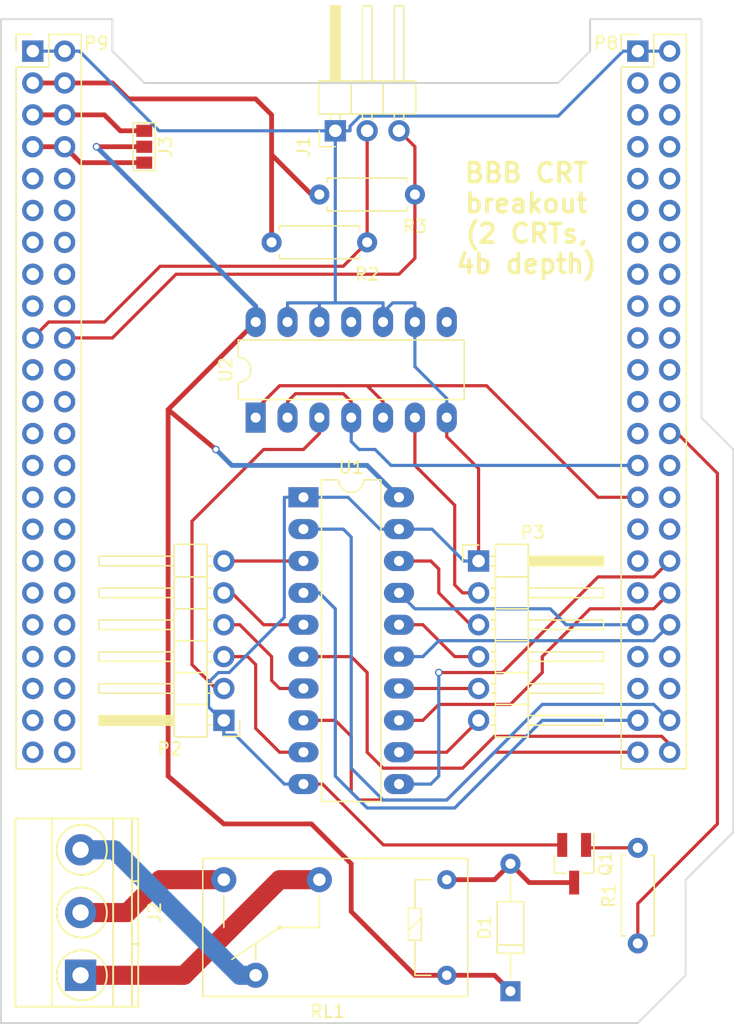
<source format=kicad_pcb>
(kicad_pcb (version 20171130) (host pcbnew "(5.1.12)-1")

  (general
    (thickness 1.6)
    (drawings 17)
    (tracks 231)
    (zones 0)
    (modules 15)
    (nets 105)
  )

  (page USLetter)
  (layers
    (0 F.Cu signal)
    (31 B.Cu signal)
    (32 B.Adhes user hide)
    (33 F.Adhes user hide)
    (34 B.Paste user hide)
    (35 F.Paste user hide)
    (36 B.SilkS user)
    (37 F.SilkS user hide)
    (38 B.Mask user)
    (39 F.Mask user)
    (40 Dwgs.User user hide)
    (41 Cmts.User user hide)
    (42 Eco1.User user hide)
    (43 Eco2.User user hide)
    (44 Edge.Cuts user)
    (45 Margin user hide)
    (46 B.CrtYd user hide)
    (47 F.CrtYd user hide)
    (48 B.Fab user hide)
    (49 F.Fab user hide)
  )

  (setup
    (last_trace_width 0.25)
    (user_trace_width 0.254)
    (user_trace_width 0.381)
    (user_trace_width 0.508)
    (user_trace_width 1.524)
    (user_trace_width 2.54)
    (trace_clearance 0.2)
    (zone_clearance 0.508)
    (zone_45_only no)
    (trace_min 0.2)
    (via_size 0.6)
    (via_drill 0.4)
    (via_min_size 0.4)
    (via_min_drill 0.3)
    (uvia_size 0.3)
    (uvia_drill 0.1)
    (uvias_allowed no)
    (uvia_min_size 0)
    (uvia_min_drill 0)
    (edge_width 0.15)
    (segment_width 0.2)
    (pcb_text_width 0.3)
    (pcb_text_size 1.5 1.5)
    (mod_edge_width 0.15)
    (mod_text_size 1 1)
    (mod_text_width 0.15)
    (pad_size 1.524 1.524)
    (pad_drill 0.762)
    (pad_to_mask_clearance 0.2)
    (aux_axis_origin 0 0)
    (visible_elements 7FFFFFFF)
    (pcbplotparams
      (layerselection 0x00030_80000001)
      (usegerberextensions false)
      (usegerberattributes true)
      (usegerberadvancedattributes true)
      (creategerberjobfile true)
      (excludeedgelayer true)
      (linewidth 0.100000)
      (plotframeref false)
      (viasonmask false)
      (mode 1)
      (useauxorigin false)
      (hpglpennumber 1)
      (hpglpenspeed 20)
      (hpglpendiameter 15.000000)
      (psnegative false)
      (psa4output false)
      (plotreference true)
      (plotvalue true)
      (plotinvisibletext false)
      (padsonsilk false)
      (subtractmaskfromsilk false)
      (outputformat 1)
      (mirror false)
      (drillshape 1)
      (scaleselection 1)
      (outputdirectory ""))
  )

  (net 0 "")
  (net 1 VCC)
  (net 2 "Net-(D1-Pad2)")
  (net 3 GND)
  (net 4 BB_I2C2_SCL)
  (net 5 BB_I2C2_SDA)
  (net 6 "Net-(J2-Pad3)")
  (net 7 "Net-(J2-Pad1)")
  (net 8 "Net-(J2-Pad2)")
  (net 9 SYS_5V)
  (net 10 VDD_5V)
  (net 11 CSYNC_B)
  (net 12 "Net-(P2-Pad3)")
  (net 13 "Net-(P2-Pad4)")
  (net 14 "Net-(P2-Pad5)")
  (net 15 "Net-(P2-Pad6)")
  (net 16 CSYNC_A)
  (net 17 "Net-(P3-Pad3)")
  (net 18 "Net-(P3-Pad4)")
  (net 19 "Net-(P3-Pad5)")
  (net 20 "Net-(P3-Pad6)")
  (net 21 "Net-(P8-Pad3)")
  (net 22 "Net-(P8-Pad4)")
  (net 23 "Net-(P8-Pad5)")
  (net 24 "Net-(P8-Pad6)")
  (net 25 "Net-(P8-Pad7)")
  (net 26 "Net-(P8-Pad8)")
  (net 27 "Net-(P8-Pad9)")
  (net 28 "Net-(P8-Pad10)")
  (net 29 "Net-(P8-Pad11)")
  (net 30 "Net-(P8-Pad12)")
  (net 31 "Net-(P8-Pad13)")
  (net 32 "Net-(P8-Pad14)")
  (net 33 "Net-(P8-Pad15)")
  (net 34 "Net-(P8-Pad16)")
  (net 35 "Net-(P8-Pad17)")
  (net 36 "Net-(P8-Pad18)")
  (net 37 "Net-(P8-Pad19)")
  (net 38 "Net-(P8-Pad20)")
  (net 39 "Net-(P8-Pad21)")
  (net 40 "Net-(P8-Pad22)")
  (net 41 "Net-(P8-Pad23)")
  (net 42 "Net-(P8-Pad24)")
  (net 43 "Net-(P8-Pad25)")
  (net 44 BB_GPIO1_29)
  (net 45 BB_VSYNC)
  (net 46 "Net-(P8-Pad28)")
  (net 47 BB_HSYNC)
  (net 48 "Net-(P8-Pad30)")
  (net 49 "Net-(P8-Pad31)")
  (net 50 "Net-(P8-Pad32)")
  (net 51 "Net-(P8-Pad33)")
  (net 52 BB_LCD11)
  (net 53 "Net-(P8-Pad35)")
  (net 54 BB_LCD10)
  (net 55 BB_LCD8)
  (net 56 BB_LCD9)
  (net 57 "Net-(P8-Pad39)")
  (net 58 "Net-(P8-Pad40)")
  (net 59 "Net-(P8-Pad41)")
  (net 60 "Net-(P8-Pad42)")
  (net 61 BB_LCD2)
  (net 62 BB_LCD3)
  (net 63 BB_LCD0)
  (net 64 BB_LCD1)
  (net 65 +3V3)
  (net 66 "Net-(P9-Pad9)")
  (net 67 "Net-(P9-Pad10)")
  (net 68 "Net-(P9-Pad11)")
  (net 69 "Net-(P9-Pad12)")
  (net 70 "Net-(P9-Pad13)")
  (net 71 "Net-(P9-Pad14)")
  (net 72 "Net-(P9-Pad15)")
  (net 73 "Net-(P9-Pad16)")
  (net 74 "Net-(P9-Pad17)")
  (net 75 "Net-(P9-Pad18)")
  (net 76 "Net-(P9-Pad21)")
  (net 77 "Net-(P9-Pad22)")
  (net 78 "Net-(P9-Pad23)")
  (net 79 "Net-(P9-Pad24)")
  (net 80 "Net-(P9-Pad25)")
  (net 81 "Net-(P9-Pad26)")
  (net 82 "Net-(P9-Pad27)")
  (net 83 "Net-(P9-Pad28)")
  (net 84 "Net-(P9-Pad29)")
  (net 85 "Net-(P9-Pad30)")
  (net 86 "Net-(P9-Pad31)")
  (net 87 "Net-(P9-Pad32)")
  (net 88 "Net-(P9-Pad33)")
  (net 89 "Net-(P9-Pad34)")
  (net 90 "Net-(P9-Pad35)")
  (net 91 "Net-(P9-Pad36)")
  (net 92 "Net-(P9-Pad37)")
  (net 93 "Net-(P9-Pad38)")
  (net 94 "Net-(P9-Pad39)")
  (net 95 "Net-(P9-Pad40)")
  (net 96 "Net-(P9-Pad41)")
  (net 97 "Net-(P9-Pad42)")
  (net 98 "Net-(P9-Pad43)")
  (net 99 "Net-(P9-Pad44)")
  (net 100 "Net-(P9-Pad45)")
  (net 101 "Net-(P9-Pad46)")
  (net 102 "Net-(Q1-Pad1)")
  (net 103 "Net-(U2-Pad8)")
  (net 104 "Net-(U2-Pad11)")

  (net_class Default "This is the default net class."
    (clearance 0.2)
    (trace_width 0.25)
    (via_dia 0.6)
    (via_drill 0.4)
    (uvia_dia 0.3)
    (uvia_drill 0.1)
    (add_net +3V3)
    (add_net BB_GPIO1_29)
    (add_net BB_HSYNC)
    (add_net BB_I2C2_SCL)
    (add_net BB_I2C2_SDA)
    (add_net BB_LCD0)
    (add_net BB_LCD1)
    (add_net BB_LCD10)
    (add_net BB_LCD11)
    (add_net BB_LCD2)
    (add_net BB_LCD3)
    (add_net BB_LCD8)
    (add_net BB_LCD9)
    (add_net BB_VSYNC)
    (add_net CSYNC_A)
    (add_net CSYNC_B)
    (add_net GND)
    (add_net "Net-(D1-Pad2)")
    (add_net "Net-(J2-Pad1)")
    (add_net "Net-(J2-Pad2)")
    (add_net "Net-(J2-Pad3)")
    (add_net "Net-(P2-Pad3)")
    (add_net "Net-(P2-Pad4)")
    (add_net "Net-(P2-Pad5)")
    (add_net "Net-(P2-Pad6)")
    (add_net "Net-(P3-Pad3)")
    (add_net "Net-(P3-Pad4)")
    (add_net "Net-(P3-Pad5)")
    (add_net "Net-(P3-Pad6)")
    (add_net "Net-(P8-Pad10)")
    (add_net "Net-(P8-Pad11)")
    (add_net "Net-(P8-Pad12)")
    (add_net "Net-(P8-Pad13)")
    (add_net "Net-(P8-Pad14)")
    (add_net "Net-(P8-Pad15)")
    (add_net "Net-(P8-Pad16)")
    (add_net "Net-(P8-Pad17)")
    (add_net "Net-(P8-Pad18)")
    (add_net "Net-(P8-Pad19)")
    (add_net "Net-(P8-Pad20)")
    (add_net "Net-(P8-Pad21)")
    (add_net "Net-(P8-Pad22)")
    (add_net "Net-(P8-Pad23)")
    (add_net "Net-(P8-Pad24)")
    (add_net "Net-(P8-Pad25)")
    (add_net "Net-(P8-Pad28)")
    (add_net "Net-(P8-Pad3)")
    (add_net "Net-(P8-Pad30)")
    (add_net "Net-(P8-Pad31)")
    (add_net "Net-(P8-Pad32)")
    (add_net "Net-(P8-Pad33)")
    (add_net "Net-(P8-Pad35)")
    (add_net "Net-(P8-Pad39)")
    (add_net "Net-(P8-Pad4)")
    (add_net "Net-(P8-Pad40)")
    (add_net "Net-(P8-Pad41)")
    (add_net "Net-(P8-Pad42)")
    (add_net "Net-(P8-Pad5)")
    (add_net "Net-(P8-Pad6)")
    (add_net "Net-(P8-Pad7)")
    (add_net "Net-(P8-Pad8)")
    (add_net "Net-(P8-Pad9)")
    (add_net "Net-(P9-Pad10)")
    (add_net "Net-(P9-Pad11)")
    (add_net "Net-(P9-Pad12)")
    (add_net "Net-(P9-Pad13)")
    (add_net "Net-(P9-Pad14)")
    (add_net "Net-(P9-Pad15)")
    (add_net "Net-(P9-Pad16)")
    (add_net "Net-(P9-Pad17)")
    (add_net "Net-(P9-Pad18)")
    (add_net "Net-(P9-Pad21)")
    (add_net "Net-(P9-Pad22)")
    (add_net "Net-(P9-Pad23)")
    (add_net "Net-(P9-Pad24)")
    (add_net "Net-(P9-Pad25)")
    (add_net "Net-(P9-Pad26)")
    (add_net "Net-(P9-Pad27)")
    (add_net "Net-(P9-Pad28)")
    (add_net "Net-(P9-Pad29)")
    (add_net "Net-(P9-Pad30)")
    (add_net "Net-(P9-Pad31)")
    (add_net "Net-(P9-Pad32)")
    (add_net "Net-(P9-Pad33)")
    (add_net "Net-(P9-Pad34)")
    (add_net "Net-(P9-Pad35)")
    (add_net "Net-(P9-Pad36)")
    (add_net "Net-(P9-Pad37)")
    (add_net "Net-(P9-Pad38)")
    (add_net "Net-(P9-Pad39)")
    (add_net "Net-(P9-Pad40)")
    (add_net "Net-(P9-Pad41)")
    (add_net "Net-(P9-Pad42)")
    (add_net "Net-(P9-Pad43)")
    (add_net "Net-(P9-Pad44)")
    (add_net "Net-(P9-Pad45)")
    (add_net "Net-(P9-Pad46)")
    (add_net "Net-(P9-Pad9)")
    (add_net "Net-(Q1-Pad1)")
    (add_net "Net-(U2-Pad11)")
    (add_net "Net-(U2-Pad8)")
    (add_net SYS_5V)
    (add_net VCC)
    (add_net VDD_5V)
  )

  (module Diodes_THT:D_DO-35_SOD27_P10.16mm_Horizontal (layer F.Cu) (tedit 5921392E) (tstamp 595D0C14)
    (at 86.36 144.78 90)
    (descr "D, DO-35_SOD27 series, Axial, Horizontal, pin pitch=10.16mm, , length*diameter=4*2mm^2, , http://www.diodes.com/_files/packages/DO-35.pdf")
    (tags "D DO-35_SOD27 series Axial Horizontal pin pitch 10.16mm  length 4mm diameter 2mm")
    (path /595BAE26)
    (fp_text reference D1 (at 5.08 -2.06 90) (layer F.SilkS)
      (effects (font (size 1 1) (thickness 0.15)))
    )
    (fp_text value 1N4148 (at 5.08 2.06 90) (layer F.Fab)
      (effects (font (size 1 1) (thickness 0.15)))
    )
    (fp_line (start 11.25 -1.35) (end -1.05 -1.35) (layer F.CrtYd) (width 0.05))
    (fp_line (start 11.25 1.35) (end 11.25 -1.35) (layer F.CrtYd) (width 0.05))
    (fp_line (start -1.05 1.35) (end 11.25 1.35) (layer F.CrtYd) (width 0.05))
    (fp_line (start -1.05 -1.35) (end -1.05 1.35) (layer F.CrtYd) (width 0.05))
    (fp_line (start 3.68 -1.06) (end 3.68 1.06) (layer F.SilkS) (width 0.12))
    (fp_line (start 9.18 0) (end 7.14 0) (layer F.SilkS) (width 0.12))
    (fp_line (start 0.98 0) (end 3.02 0) (layer F.SilkS) (width 0.12))
    (fp_line (start 7.14 -1.06) (end 3.02 -1.06) (layer F.SilkS) (width 0.12))
    (fp_line (start 7.14 1.06) (end 7.14 -1.06) (layer F.SilkS) (width 0.12))
    (fp_line (start 3.02 1.06) (end 7.14 1.06) (layer F.SilkS) (width 0.12))
    (fp_line (start 3.02 -1.06) (end 3.02 1.06) (layer F.SilkS) (width 0.12))
    (fp_line (start 3.68 -1) (end 3.68 1) (layer F.Fab) (width 0.1))
    (fp_line (start 10.16 0) (end 7.08 0) (layer F.Fab) (width 0.1))
    (fp_line (start 0 0) (end 3.08 0) (layer F.Fab) (width 0.1))
    (fp_line (start 7.08 -1) (end 3.08 -1) (layer F.Fab) (width 0.1))
    (fp_line (start 7.08 1) (end 7.08 -1) (layer F.Fab) (width 0.1))
    (fp_line (start 3.08 1) (end 7.08 1) (layer F.Fab) (width 0.1))
    (fp_line (start 3.08 -1) (end 3.08 1) (layer F.Fab) (width 0.1))
    (fp_text user %R (at 5.08 0 90) (layer F.Fab)
      (effects (font (size 1 1) (thickness 0.15)))
    )
    (pad 1 thru_hole rect (at 0 0 90) (size 1.6 1.6) (drill 0.8) (layers *.Cu *.Mask)
      (net 1 VCC))
    (pad 2 thru_hole oval (at 10.16 0 90) (size 1.6 1.6) (drill 0.8) (layers *.Cu *.Mask)
      (net 2 "Net-(D1-Pad2)"))
    (model ${KISYS3DMOD}/Diodes_THT.3dshapes/D_DO-35_SOD27_P10.16mm_Horizontal.wrl
      (at (xyz 0 0 0))
      (scale (xyz 0.393701 0.393701 0.393701))
      (rotate (xyz 0 0 0))
    )
  )

  (module Pin_Headers:Pin_Header_Angled_1x03_Pitch2.54mm (layer F.Cu) (tedit 595D4967) (tstamp 595D0C5E)
    (at 72.39 76.2 90)
    (descr "Through hole angled pin header, 1x03, 2.54mm pitch, 6mm pin length, single row")
    (tags "Through hole angled pin header THT 1x03 2.54mm single row")
    (path /595AFEB4)
    (fp_text reference J1 (at -1.27 -2.54 90) (layer F.SilkS)
      (effects (font (size 1 1) (thickness 0.15)))
    )
    (fp_text value CONN_01X03 (at 4.315 7.35 90) (layer F.Fab)
      (effects (font (size 1 1) (thickness 0.15)))
    )
    (fp_line (start 10.4 -1.8) (end -1.8 -1.8) (layer F.CrtYd) (width 0.05))
    (fp_line (start 10.4 6.85) (end 10.4 -1.8) (layer F.CrtYd) (width 0.05))
    (fp_line (start -1.8 6.85) (end 10.4 6.85) (layer F.CrtYd) (width 0.05))
    (fp_line (start -1.8 -1.8) (end -1.8 6.85) (layer F.CrtYd) (width 0.05))
    (fp_line (start -1.27 -1.27) (end 0 -1.27) (layer F.SilkS) (width 0.12))
    (fp_line (start -1.27 0) (end -1.27 -1.27) (layer F.SilkS) (width 0.12))
    (fp_line (start 0.91 5.46) (end 1.34 5.46) (layer F.SilkS) (width 0.12))
    (fp_line (start 0.91 4.7) (end 1.34 4.7) (layer F.SilkS) (width 0.12))
    (fp_line (start 9.96 4.7) (end 3.96 4.7) (layer F.SilkS) (width 0.12))
    (fp_line (start 9.96 5.46) (end 9.96 4.7) (layer F.SilkS) (width 0.12))
    (fp_line (start 3.96 5.46) (end 9.96 5.46) (layer F.SilkS) (width 0.12))
    (fp_line (start 3.96 4.7) (end 3.96 5.46) (layer F.SilkS) (width 0.12))
    (fp_line (start 3.96 3.81) (end 1.34 3.81) (layer F.SilkS) (width 0.12))
    (fp_line (start 3.96 6.41) (end 3.96 3.81) (layer F.SilkS) (width 0.12))
    (fp_line (start 1.34 6.41) (end 3.96 6.41) (layer F.SilkS) (width 0.12))
    (fp_line (start 1.34 3.81) (end 1.34 6.41) (layer F.SilkS) (width 0.12))
    (fp_line (start 0.91 2.92) (end 1.34 2.92) (layer F.SilkS) (width 0.12))
    (fp_line (start 0.91 2.16) (end 1.34 2.16) (layer F.SilkS) (width 0.12))
    (fp_line (start 9.96 2.16) (end 3.96 2.16) (layer F.SilkS) (width 0.12))
    (fp_line (start 9.96 2.92) (end 9.96 2.16) (layer F.SilkS) (width 0.12))
    (fp_line (start 3.96 2.92) (end 9.96 2.92) (layer F.SilkS) (width 0.12))
    (fp_line (start 3.96 2.16) (end 3.96 2.92) (layer F.SilkS) (width 0.12))
    (fp_line (start 3.96 1.27) (end 1.34 1.27) (layer F.SilkS) (width 0.12))
    (fp_line (start 3.96 3.81) (end 3.96 1.27) (layer F.SilkS) (width 0.12))
    (fp_line (start 1.34 3.81) (end 3.96 3.81) (layer F.SilkS) (width 0.12))
    (fp_line (start 1.34 1.27) (end 1.34 3.81) (layer F.SilkS) (width 0.12))
    (fp_line (start 3.96 0.34) (end 9.96 0.34) (layer F.SilkS) (width 0.12))
    (fp_line (start 3.96 0.22) (end 9.96 0.22) (layer F.SilkS) (width 0.12))
    (fp_line (start 3.96 0.1) (end 9.96 0.1) (layer F.SilkS) (width 0.12))
    (fp_line (start 3.96 -0.02) (end 9.96 -0.02) (layer F.SilkS) (width 0.12))
    (fp_line (start 3.96 -0.14) (end 9.96 -0.14) (layer F.SilkS) (width 0.12))
    (fp_line (start 3.96 -0.26) (end 9.96 -0.26) (layer F.SilkS) (width 0.12))
    (fp_line (start 0.91 0.38) (end 1.34 0.38) (layer F.SilkS) (width 0.12))
    (fp_line (start 0.91 -0.38) (end 1.34 -0.38) (layer F.SilkS) (width 0.12))
    (fp_line (start 9.96 -0.38) (end 3.96 -0.38) (layer F.SilkS) (width 0.12))
    (fp_line (start 9.96 0.38) (end 9.96 -0.38) (layer F.SilkS) (width 0.12))
    (fp_line (start 3.96 0.38) (end 9.96 0.38) (layer F.SilkS) (width 0.12))
    (fp_line (start 3.96 -0.38) (end 3.96 0.38) (layer F.SilkS) (width 0.12))
    (fp_line (start 3.96 -1.33) (end 1.34 -1.33) (layer F.SilkS) (width 0.12))
    (fp_line (start 3.96 1.27) (end 3.96 -1.33) (layer F.SilkS) (width 0.12))
    (fp_line (start 1.34 1.27) (end 3.96 1.27) (layer F.SilkS) (width 0.12))
    (fp_line (start 1.34 -1.33) (end 1.34 1.27) (layer F.SilkS) (width 0.12))
    (fp_line (start 9.9 4.76) (end 0 4.76) (layer F.Fab) (width 0.1))
    (fp_line (start 9.9 5.4) (end 9.9 4.76) (layer F.Fab) (width 0.1))
    (fp_line (start 0 5.4) (end 9.9 5.4) (layer F.Fab) (width 0.1))
    (fp_line (start 0 4.76) (end 0 5.4) (layer F.Fab) (width 0.1))
    (fp_line (start 3.9 3.81) (end 1.4 3.81) (layer F.Fab) (width 0.1))
    (fp_line (start 3.9 6.35) (end 3.9 3.81) (layer F.Fab) (width 0.1))
    (fp_line (start 1.4 6.35) (end 3.9 6.35) (layer F.Fab) (width 0.1))
    (fp_line (start 1.4 3.81) (end 1.4 6.35) (layer F.Fab) (width 0.1))
    (fp_line (start 9.9 2.22) (end 0 2.22) (layer F.Fab) (width 0.1))
    (fp_line (start 9.9 2.86) (end 9.9 2.22) (layer F.Fab) (width 0.1))
    (fp_line (start 0 2.86) (end 9.9 2.86) (layer F.Fab) (width 0.1))
    (fp_line (start 0 2.22) (end 0 2.86) (layer F.Fab) (width 0.1))
    (fp_line (start 3.9 1.27) (end 1.4 1.27) (layer F.Fab) (width 0.1))
    (fp_line (start 3.9 3.81) (end 3.9 1.27) (layer F.Fab) (width 0.1))
    (fp_line (start 1.4 3.81) (end 3.9 3.81) (layer F.Fab) (width 0.1))
    (fp_line (start 1.4 1.27) (end 1.4 3.81) (layer F.Fab) (width 0.1))
    (fp_line (start 9.9 -0.32) (end 0 -0.32) (layer F.Fab) (width 0.1))
    (fp_line (start 9.9 0.32) (end 9.9 -0.32) (layer F.Fab) (width 0.1))
    (fp_line (start 0 0.32) (end 9.9 0.32) (layer F.Fab) (width 0.1))
    (fp_line (start 0 -0.32) (end 0 0.32) (layer F.Fab) (width 0.1))
    (fp_line (start 3.9 -1.27) (end 1.4 -1.27) (layer F.Fab) (width 0.1))
    (fp_line (start 3.9 1.27) (end 3.9 -1.27) (layer F.Fab) (width 0.1))
    (fp_line (start 1.4 1.27) (end 3.9 1.27) (layer F.Fab) (width 0.1))
    (fp_line (start 1.4 -1.27) (end 1.4 1.27) (layer F.Fab) (width 0.1))
    (fp_text user %R (at 4.315 -2.27 90) (layer F.Fab)
      (effects (font (size 1 1) (thickness 0.15)))
    )
    (pad 1 thru_hole rect (at 0 0 90) (size 1.7 1.7) (drill 1) (layers *.Cu *.Mask)
      (net 3 GND))
    (pad 2 thru_hole oval (at 0 2.54 90) (size 1.7 1.7) (drill 1) (layers *.Cu *.Mask)
      (net 4 BB_I2C2_SCL))
    (pad 3 thru_hole oval (at 0 5.08 90) (size 1.7 1.7) (drill 1) (layers *.Cu *.Mask)
      (net 5 BB_I2C2_SDA))
    (model ${KISYS3DMOD}/Pin_Headers.3dshapes/Pin_Header_Angled_1x03_Pitch2.54mm.wrl
      (offset (xyz 0 -2.539999961853027 0))
      (scale (xyz 1 1 1))
      (rotate (xyz 0 0 90))
    )
  )

  (module Connectors_Terminal_Blocks:TerminalBlock_Pheonix_MKDS1.5-3pol (layer F.Cu) (tedit 5630081E) (tstamp 595D0C75)
    (at 52.07 143.51 90)
    (descr "3-way 5mm pitch terminal block, Phoenix MKDS series")
    (path /595AFB9A)
    (fp_text reference J2 (at 5 5.9 90) (layer F.SilkS)
      (effects (font (size 1 1) (thickness 0.15)))
    )
    (fp_text value Screw_Terminal_1x03 (at 5 -6.6 90) (layer F.Fab)
      (effects (font (size 1 1) (thickness 0.15)))
    )
    (fp_circle (center 0 0.1) (end 2 0.1) (layer F.SilkS) (width 0.15))
    (fp_circle (center 5 0.1) (end 3 0.1) (layer F.SilkS) (width 0.15))
    (fp_circle (center 10 0.1) (end 8 0.1) (layer F.SilkS) (width 0.15))
    (fp_line (start -2.5 -5.2) (end -2.5 4.6) (layer F.SilkS) (width 0.15))
    (fp_line (start 12.5 -5.2) (end -2.5 -5.2) (layer F.SilkS) (width 0.15))
    (fp_line (start 12.5 4.6) (end 12.5 -5.2) (layer F.SilkS) (width 0.15))
    (fp_line (start -2.5 4.6) (end 12.5 4.6) (layer F.SilkS) (width 0.15))
    (fp_line (start -2.5 4.1) (end 12.5 4.1) (layer F.SilkS) (width 0.15))
    (fp_line (start -2.5 -2.3) (end 12.5 -2.3) (layer F.SilkS) (width 0.15))
    (fp_line (start -2.5 2.6) (end 12.5 2.6) (layer F.SilkS) (width 0.15))
    (fp_line (start 2.5 4.1) (end 2.5 4.6) (layer F.SilkS) (width 0.15))
    (fp_line (start 7.5 4.1) (end 7.5 4.6) (layer F.SilkS) (width 0.15))
    (fp_line (start -2.7 -5.4) (end 12.7 -5.4) (layer F.CrtYd) (width 0.05))
    (fp_line (start 12.7 -5.4) (end 12.7 4.8) (layer F.CrtYd) (width 0.05))
    (fp_line (start 12.7 4.8) (end -2.7 4.8) (layer F.CrtYd) (width 0.05))
    (fp_line (start -2.7 4.8) (end -2.7 -5.4) (layer F.CrtYd) (width 0.05))
    (pad 3 thru_hole circle (at 10 0 90) (size 2.5 2.5) (drill 1.3) (layers *.Cu *.Mask)
      (net 6 "Net-(J2-Pad3)"))
    (pad 1 thru_hole rect (at 0 0 90) (size 2.5 2.5) (drill 1.3) (layers *.Cu *.Mask)
      (net 7 "Net-(J2-Pad1)"))
    (pad 2 thru_hole circle (at 5 0 90) (size 2.5 2.5) (drill 1.3) (layers *.Cu *.Mask)
      (net 8 "Net-(J2-Pad2)"))
    (model Terminal_Blocks.3dshapes/TerminalBlock_Pheonix_MKDS1.5-3pol.wrl
      (offset (xyz 4.998719924926758 0 0))
      (scale (xyz 1 1 1))
      (rotate (xyz 0 0 0))
    )
  )

  (module Connectors:GS3 (layer F.Cu) (tedit 58613494) (tstamp 595D0C84)
    (at 57.15 77.47 180)
    (descr "3-pin solder bridge")
    (tags "solder bridge")
    (path /595BC2AF)
    (attr smd)
    (fp_text reference J3 (at -1.7 0 270) (layer F.SilkS)
      (effects (font (size 1 1) (thickness 0.15)))
    )
    (fp_text value GS3 (at 1.8 0 270) (layer F.Fab)
      (effects (font (size 1 1) (thickness 0.15)))
    )
    (fp_line (start -0.89 -1.91) (end 0.89 -1.91) (layer F.SilkS) (width 0.12))
    (fp_line (start 0.89 1.91) (end 0.89 -1.91) (layer F.SilkS) (width 0.12))
    (fp_line (start -0.89 1.91) (end 0.89 1.91) (layer F.SilkS) (width 0.12))
    (fp_line (start -0.89 -1.91) (end -0.89 1.91) (layer F.SilkS) (width 0.12))
    (fp_line (start -1.15 2.15) (end -1.15 -2.15) (layer F.CrtYd) (width 0.05))
    (fp_line (start 1.15 2.15) (end -1.15 2.15) (layer F.CrtYd) (width 0.05))
    (fp_line (start 1.15 -2.15) (end 1.15 2.15) (layer F.CrtYd) (width 0.05))
    (fp_line (start -1.15 -2.15) (end 1.15 -2.15) (layer F.CrtYd) (width 0.05))
    (pad 1 smd rect (at 0 -1.27 180) (size 1.27 0.97) (layers F.Cu F.Paste F.Mask)
      (net 9 SYS_5V))
    (pad 2 smd rect (at 0 0 180) (size 1.27 0.97) (layers F.Cu F.Paste F.Mask)
      (net 1 VCC))
    (pad 3 smd rect (at 0 1.27 180) (size 1.27 0.97) (layers F.Cu F.Paste F.Mask)
      (net 10 VDD_5V))
  )

  (module Pin_Headers:Pin_Header_Angled_1x06_Pitch2.54mm (layer F.Cu) (tedit 58CD4EC1) (tstamp 595D0D07)
    (at 63.5 123.19 180)
    (descr "Through hole angled pin header, 1x06, 2.54mm pitch, 6mm pin length, single row")
    (tags "Through hole angled pin header THT 1x06 2.54mm single row")
    (path /5956C76B)
    (fp_text reference P2 (at 4.315 -2.27 180) (layer F.SilkS)
      (effects (font (size 1 1) (thickness 0.15)))
    )
    (fp_text value CONN_01X06 (at 4.315 14.97 180) (layer F.Fab)
      (effects (font (size 1 1) (thickness 0.15)))
    )
    (fp_line (start 10.4 -1.8) (end -1.8 -1.8) (layer F.CrtYd) (width 0.05))
    (fp_line (start 10.4 14.5) (end 10.4 -1.8) (layer F.CrtYd) (width 0.05))
    (fp_line (start -1.8 14.5) (end 10.4 14.5) (layer F.CrtYd) (width 0.05))
    (fp_line (start -1.8 -1.8) (end -1.8 14.5) (layer F.CrtYd) (width 0.05))
    (fp_line (start -1.27 -1.27) (end 0 -1.27) (layer F.SilkS) (width 0.12))
    (fp_line (start -1.27 0) (end -1.27 -1.27) (layer F.SilkS) (width 0.12))
    (fp_line (start 0.91 13.08) (end 1.34 13.08) (layer F.SilkS) (width 0.12))
    (fp_line (start 0.91 12.32) (end 1.34 12.32) (layer F.SilkS) (width 0.12))
    (fp_line (start 9.96 12.32) (end 3.96 12.32) (layer F.SilkS) (width 0.12))
    (fp_line (start 9.96 13.08) (end 9.96 12.32) (layer F.SilkS) (width 0.12))
    (fp_line (start 3.96 13.08) (end 9.96 13.08) (layer F.SilkS) (width 0.12))
    (fp_line (start 3.96 12.32) (end 3.96 13.08) (layer F.SilkS) (width 0.12))
    (fp_line (start 3.96 11.43) (end 1.34 11.43) (layer F.SilkS) (width 0.12))
    (fp_line (start 3.96 14.03) (end 3.96 11.43) (layer F.SilkS) (width 0.12))
    (fp_line (start 1.34 14.03) (end 3.96 14.03) (layer F.SilkS) (width 0.12))
    (fp_line (start 1.34 11.43) (end 1.34 14.03) (layer F.SilkS) (width 0.12))
    (fp_line (start 0.91 10.54) (end 1.34 10.54) (layer F.SilkS) (width 0.12))
    (fp_line (start 0.91 9.78) (end 1.34 9.78) (layer F.SilkS) (width 0.12))
    (fp_line (start 9.96 9.78) (end 3.96 9.78) (layer F.SilkS) (width 0.12))
    (fp_line (start 9.96 10.54) (end 9.96 9.78) (layer F.SilkS) (width 0.12))
    (fp_line (start 3.96 10.54) (end 9.96 10.54) (layer F.SilkS) (width 0.12))
    (fp_line (start 3.96 9.78) (end 3.96 10.54) (layer F.SilkS) (width 0.12))
    (fp_line (start 3.96 8.89) (end 1.34 8.89) (layer F.SilkS) (width 0.12))
    (fp_line (start 3.96 11.43) (end 3.96 8.89) (layer F.SilkS) (width 0.12))
    (fp_line (start 1.34 11.43) (end 3.96 11.43) (layer F.SilkS) (width 0.12))
    (fp_line (start 1.34 8.89) (end 1.34 11.43) (layer F.SilkS) (width 0.12))
    (fp_line (start 0.91 8) (end 1.34 8) (layer F.SilkS) (width 0.12))
    (fp_line (start 0.91 7.24) (end 1.34 7.24) (layer F.SilkS) (width 0.12))
    (fp_line (start 9.96 7.24) (end 3.96 7.24) (layer F.SilkS) (width 0.12))
    (fp_line (start 9.96 8) (end 9.96 7.24) (layer F.SilkS) (width 0.12))
    (fp_line (start 3.96 8) (end 9.96 8) (layer F.SilkS) (width 0.12))
    (fp_line (start 3.96 7.24) (end 3.96 8) (layer F.SilkS) (width 0.12))
    (fp_line (start 3.96 6.35) (end 1.34 6.35) (layer F.SilkS) (width 0.12))
    (fp_line (start 3.96 8.89) (end 3.96 6.35) (layer F.SilkS) (width 0.12))
    (fp_line (start 1.34 8.89) (end 3.96 8.89) (layer F.SilkS) (width 0.12))
    (fp_line (start 1.34 6.35) (end 1.34 8.89) (layer F.SilkS) (width 0.12))
    (fp_line (start 0.91 5.46) (end 1.34 5.46) (layer F.SilkS) (width 0.12))
    (fp_line (start 0.91 4.7) (end 1.34 4.7) (layer F.SilkS) (width 0.12))
    (fp_line (start 9.96 4.7) (end 3.96 4.7) (layer F.SilkS) (width 0.12))
    (fp_line (start 9.96 5.46) (end 9.96 4.7) (layer F.SilkS) (width 0.12))
    (fp_line (start 3.96 5.46) (end 9.96 5.46) (layer F.SilkS) (width 0.12))
    (fp_line (start 3.96 4.7) (end 3.96 5.46) (layer F.SilkS) (width 0.12))
    (fp_line (start 3.96 3.81) (end 1.34 3.81) (layer F.SilkS) (width 0.12))
    (fp_line (start 3.96 6.35) (end 3.96 3.81) (layer F.SilkS) (width 0.12))
    (fp_line (start 1.34 6.35) (end 3.96 6.35) (layer F.SilkS) (width 0.12))
    (fp_line (start 1.34 3.81) (end 1.34 6.35) (layer F.SilkS) (width 0.12))
    (fp_line (start 0.91 2.92) (end 1.34 2.92) (layer F.SilkS) (width 0.12))
    (fp_line (start 0.91 2.16) (end 1.34 2.16) (layer F.SilkS) (width 0.12))
    (fp_line (start 9.96 2.16) (end 3.96 2.16) (layer F.SilkS) (width 0.12))
    (fp_line (start 9.96 2.92) (end 9.96 2.16) (layer F.SilkS) (width 0.12))
    (fp_line (start 3.96 2.92) (end 9.96 2.92) (layer F.SilkS) (width 0.12))
    (fp_line (start 3.96 2.16) (end 3.96 2.92) (layer F.SilkS) (width 0.12))
    (fp_line (start 3.96 1.27) (end 1.34 1.27) (layer F.SilkS) (width 0.12))
    (fp_line (start 3.96 3.81) (end 3.96 1.27) (layer F.SilkS) (width 0.12))
    (fp_line (start 1.34 3.81) (end 3.96 3.81) (layer F.SilkS) (width 0.12))
    (fp_line (start 1.34 1.27) (end 1.34 3.81) (layer F.SilkS) (width 0.12))
    (fp_line (start 3.96 0.34) (end 9.96 0.34) (layer F.SilkS) (width 0.12))
    (fp_line (start 3.96 0.22) (end 9.96 0.22) (layer F.SilkS) (width 0.12))
    (fp_line (start 3.96 0.1) (end 9.96 0.1) (layer F.SilkS) (width 0.12))
    (fp_line (start 3.96 -0.02) (end 9.96 -0.02) (layer F.SilkS) (width 0.12))
    (fp_line (start 3.96 -0.14) (end 9.96 -0.14) (layer F.SilkS) (width 0.12))
    (fp_line (start 3.96 -0.26) (end 9.96 -0.26) (layer F.SilkS) (width 0.12))
    (fp_line (start 0.91 0.38) (end 1.34 0.38) (layer F.SilkS) (width 0.12))
    (fp_line (start 0.91 -0.38) (end 1.34 -0.38) (layer F.SilkS) (width 0.12))
    (fp_line (start 9.96 -0.38) (end 3.96 -0.38) (layer F.SilkS) (width 0.12))
    (fp_line (start 9.96 0.38) (end 9.96 -0.38) (layer F.SilkS) (width 0.12))
    (fp_line (start 3.96 0.38) (end 9.96 0.38) (layer F.SilkS) (width 0.12))
    (fp_line (start 3.96 -0.38) (end 3.96 0.38) (layer F.SilkS) (width 0.12))
    (fp_line (start 3.96 -1.33) (end 1.34 -1.33) (layer F.SilkS) (width 0.12))
    (fp_line (start 3.96 1.27) (end 3.96 -1.33) (layer F.SilkS) (width 0.12))
    (fp_line (start 1.34 1.27) (end 3.96 1.27) (layer F.SilkS) (width 0.12))
    (fp_line (start 1.34 -1.33) (end 1.34 1.27) (layer F.SilkS) (width 0.12))
    (fp_line (start 9.9 12.38) (end 0 12.38) (layer F.Fab) (width 0.1))
    (fp_line (start 9.9 13.02) (end 9.9 12.38) (layer F.Fab) (width 0.1))
    (fp_line (start 0 13.02) (end 9.9 13.02) (layer F.Fab) (width 0.1))
    (fp_line (start 0 12.38) (end 0 13.02) (layer F.Fab) (width 0.1))
    (fp_line (start 3.9 11.43) (end 1.4 11.43) (layer F.Fab) (width 0.1))
    (fp_line (start 3.9 13.97) (end 3.9 11.43) (layer F.Fab) (width 0.1))
    (fp_line (start 1.4 13.97) (end 3.9 13.97) (layer F.Fab) (width 0.1))
    (fp_line (start 1.4 11.43) (end 1.4 13.97) (layer F.Fab) (width 0.1))
    (fp_line (start 9.9 9.84) (end 0 9.84) (layer F.Fab) (width 0.1))
    (fp_line (start 9.9 10.48) (end 9.9 9.84) (layer F.Fab) (width 0.1))
    (fp_line (start 0 10.48) (end 9.9 10.48) (layer F.Fab) (width 0.1))
    (fp_line (start 0 9.84) (end 0 10.48) (layer F.Fab) (width 0.1))
    (fp_line (start 3.9 8.89) (end 1.4 8.89) (layer F.Fab) (width 0.1))
    (fp_line (start 3.9 11.43) (end 3.9 8.89) (layer F.Fab) (width 0.1))
    (fp_line (start 1.4 11.43) (end 3.9 11.43) (layer F.Fab) (width 0.1))
    (fp_line (start 1.4 8.89) (end 1.4 11.43) (layer F.Fab) (width 0.1))
    (fp_line (start 9.9 7.3) (end 0 7.3) (layer F.Fab) (width 0.1))
    (fp_line (start 9.9 7.94) (end 9.9 7.3) (layer F.Fab) (width 0.1))
    (fp_line (start 0 7.94) (end 9.9 7.94) (layer F.Fab) (width 0.1))
    (fp_line (start 0 7.3) (end 0 7.94) (layer F.Fab) (width 0.1))
    (fp_line (start 3.9 6.35) (end 1.4 6.35) (layer F.Fab) (width 0.1))
    (fp_line (start 3.9 8.89) (end 3.9 6.35) (layer F.Fab) (width 0.1))
    (fp_line (start 1.4 8.89) (end 3.9 8.89) (layer F.Fab) (width 0.1))
    (fp_line (start 1.4 6.35) (end 1.4 8.89) (layer F.Fab) (width 0.1))
    (fp_line (start 9.9 4.76) (end 0 4.76) (layer F.Fab) (width 0.1))
    (fp_line (start 9.9 5.4) (end 9.9 4.76) (layer F.Fab) (width 0.1))
    (fp_line (start 0 5.4) (end 9.9 5.4) (layer F.Fab) (width 0.1))
    (fp_line (start 0 4.76) (end 0 5.4) (layer F.Fab) (width 0.1))
    (fp_line (start 3.9 3.81) (end 1.4 3.81) (layer F.Fab) (width 0.1))
    (fp_line (start 3.9 6.35) (end 3.9 3.81) (layer F.Fab) (width 0.1))
    (fp_line (start 1.4 6.35) (end 3.9 6.35) (layer F.Fab) (width 0.1))
    (fp_line (start 1.4 3.81) (end 1.4 6.35) (layer F.Fab) (width 0.1))
    (fp_line (start 9.9 2.22) (end 0 2.22) (layer F.Fab) (width 0.1))
    (fp_line (start 9.9 2.86) (end 9.9 2.22) (layer F.Fab) (width 0.1))
    (fp_line (start 0 2.86) (end 9.9 2.86) (layer F.Fab) (width 0.1))
    (fp_line (start 0 2.22) (end 0 2.86) (layer F.Fab) (width 0.1))
    (fp_line (start 3.9 1.27) (end 1.4 1.27) (layer F.Fab) (width 0.1))
    (fp_line (start 3.9 3.81) (end 3.9 1.27) (layer F.Fab) (width 0.1))
    (fp_line (start 1.4 3.81) (end 3.9 3.81) (layer F.Fab) (width 0.1))
    (fp_line (start 1.4 1.27) (end 1.4 3.81) (layer F.Fab) (width 0.1))
    (fp_line (start 9.9 -0.32) (end 0 -0.32) (layer F.Fab) (width 0.1))
    (fp_line (start 9.9 0.32) (end 9.9 -0.32) (layer F.Fab) (width 0.1))
    (fp_line (start 0 0.32) (end 9.9 0.32) (layer F.Fab) (width 0.1))
    (fp_line (start 0 -0.32) (end 0 0.32) (layer F.Fab) (width 0.1))
    (fp_line (start 3.9 -1.27) (end 1.4 -1.27) (layer F.Fab) (width 0.1))
    (fp_line (start 3.9 1.27) (end 3.9 -1.27) (layer F.Fab) (width 0.1))
    (fp_line (start 1.4 1.27) (end 3.9 1.27) (layer F.Fab) (width 0.1))
    (fp_line (start 1.4 -1.27) (end 1.4 1.27) (layer F.Fab) (width 0.1))
    (fp_text user %R (at 4.315 -2.27 180) (layer F.Fab)
      (effects (font (size 1 1) (thickness 0.15)))
    )
    (pad 1 thru_hole rect (at 0 0 180) (size 1.7 1.7) (drill 1) (layers *.Cu *.Mask)
      (net 3 GND))
    (pad 2 thru_hole oval (at 0 2.54 180) (size 1.7 1.7) (drill 1) (layers *.Cu *.Mask)
      (net 11 CSYNC_B))
    (pad 3 thru_hole oval (at 0 5.08 180) (size 1.7 1.7) (drill 1) (layers *.Cu *.Mask)
      (net 12 "Net-(P2-Pad3)"))
    (pad 4 thru_hole oval (at 0 7.62 180) (size 1.7 1.7) (drill 1) (layers *.Cu *.Mask)
      (net 13 "Net-(P2-Pad4)"))
    (pad 5 thru_hole oval (at 0 10.16 180) (size 1.7 1.7) (drill 1) (layers *.Cu *.Mask)
      (net 14 "Net-(P2-Pad5)"))
    (pad 6 thru_hole oval (at 0 12.7 180) (size 1.7 1.7) (drill 1) (layers *.Cu *.Mask)
      (net 15 "Net-(P2-Pad6)"))
    (model ${KISYS3DMOD}/Pin_Headers.3dshapes/Pin_Header_Angled_1x06_Pitch2.54mm.wrl
      (offset (xyz 0 -6.349999904632568 0))
      (scale (xyz 1 1 1))
      (rotate (xyz 0 0 90))
    )
  )

  (module Pin_Headers:Pin_Header_Angled_1x06_Pitch2.54mm (layer F.Cu) (tedit 58CD4EC1) (tstamp 595D0D8A)
    (at 83.82 110.49)
    (descr "Through hole angled pin header, 1x06, 2.54mm pitch, 6mm pin length, single row")
    (tags "Through hole angled pin header THT 1x06 2.54mm single row")
    (path /5956C702)
    (fp_text reference P3 (at 4.315 -2.27) (layer F.SilkS)
      (effects (font (size 1 1) (thickness 0.15)))
    )
    (fp_text value CONN_01X06 (at 4.315 14.97) (layer F.Fab)
      (effects (font (size 1 1) (thickness 0.15)))
    )
    (fp_line (start 10.4 -1.8) (end -1.8 -1.8) (layer F.CrtYd) (width 0.05))
    (fp_line (start 10.4 14.5) (end 10.4 -1.8) (layer F.CrtYd) (width 0.05))
    (fp_line (start -1.8 14.5) (end 10.4 14.5) (layer F.CrtYd) (width 0.05))
    (fp_line (start -1.8 -1.8) (end -1.8 14.5) (layer F.CrtYd) (width 0.05))
    (fp_line (start -1.27 -1.27) (end 0 -1.27) (layer F.SilkS) (width 0.12))
    (fp_line (start -1.27 0) (end -1.27 -1.27) (layer F.SilkS) (width 0.12))
    (fp_line (start 0.91 13.08) (end 1.34 13.08) (layer F.SilkS) (width 0.12))
    (fp_line (start 0.91 12.32) (end 1.34 12.32) (layer F.SilkS) (width 0.12))
    (fp_line (start 9.96 12.32) (end 3.96 12.32) (layer F.SilkS) (width 0.12))
    (fp_line (start 9.96 13.08) (end 9.96 12.32) (layer F.SilkS) (width 0.12))
    (fp_line (start 3.96 13.08) (end 9.96 13.08) (layer F.SilkS) (width 0.12))
    (fp_line (start 3.96 12.32) (end 3.96 13.08) (layer F.SilkS) (width 0.12))
    (fp_line (start 3.96 11.43) (end 1.34 11.43) (layer F.SilkS) (width 0.12))
    (fp_line (start 3.96 14.03) (end 3.96 11.43) (layer F.SilkS) (width 0.12))
    (fp_line (start 1.34 14.03) (end 3.96 14.03) (layer F.SilkS) (width 0.12))
    (fp_line (start 1.34 11.43) (end 1.34 14.03) (layer F.SilkS) (width 0.12))
    (fp_line (start 0.91 10.54) (end 1.34 10.54) (layer F.SilkS) (width 0.12))
    (fp_line (start 0.91 9.78) (end 1.34 9.78) (layer F.SilkS) (width 0.12))
    (fp_line (start 9.96 9.78) (end 3.96 9.78) (layer F.SilkS) (width 0.12))
    (fp_line (start 9.96 10.54) (end 9.96 9.78) (layer F.SilkS) (width 0.12))
    (fp_line (start 3.96 10.54) (end 9.96 10.54) (layer F.SilkS) (width 0.12))
    (fp_line (start 3.96 9.78) (end 3.96 10.54) (layer F.SilkS) (width 0.12))
    (fp_line (start 3.96 8.89) (end 1.34 8.89) (layer F.SilkS) (width 0.12))
    (fp_line (start 3.96 11.43) (end 3.96 8.89) (layer F.SilkS) (width 0.12))
    (fp_line (start 1.34 11.43) (end 3.96 11.43) (layer F.SilkS) (width 0.12))
    (fp_line (start 1.34 8.89) (end 1.34 11.43) (layer F.SilkS) (width 0.12))
    (fp_line (start 0.91 8) (end 1.34 8) (layer F.SilkS) (width 0.12))
    (fp_line (start 0.91 7.24) (end 1.34 7.24) (layer F.SilkS) (width 0.12))
    (fp_line (start 9.96 7.24) (end 3.96 7.24) (layer F.SilkS) (width 0.12))
    (fp_line (start 9.96 8) (end 9.96 7.24) (layer F.SilkS) (width 0.12))
    (fp_line (start 3.96 8) (end 9.96 8) (layer F.SilkS) (width 0.12))
    (fp_line (start 3.96 7.24) (end 3.96 8) (layer F.SilkS) (width 0.12))
    (fp_line (start 3.96 6.35) (end 1.34 6.35) (layer F.SilkS) (width 0.12))
    (fp_line (start 3.96 8.89) (end 3.96 6.35) (layer F.SilkS) (width 0.12))
    (fp_line (start 1.34 8.89) (end 3.96 8.89) (layer F.SilkS) (width 0.12))
    (fp_line (start 1.34 6.35) (end 1.34 8.89) (layer F.SilkS) (width 0.12))
    (fp_line (start 0.91 5.46) (end 1.34 5.46) (layer F.SilkS) (width 0.12))
    (fp_line (start 0.91 4.7) (end 1.34 4.7) (layer F.SilkS) (width 0.12))
    (fp_line (start 9.96 4.7) (end 3.96 4.7) (layer F.SilkS) (width 0.12))
    (fp_line (start 9.96 5.46) (end 9.96 4.7) (layer F.SilkS) (width 0.12))
    (fp_line (start 3.96 5.46) (end 9.96 5.46) (layer F.SilkS) (width 0.12))
    (fp_line (start 3.96 4.7) (end 3.96 5.46) (layer F.SilkS) (width 0.12))
    (fp_line (start 3.96 3.81) (end 1.34 3.81) (layer F.SilkS) (width 0.12))
    (fp_line (start 3.96 6.35) (end 3.96 3.81) (layer F.SilkS) (width 0.12))
    (fp_line (start 1.34 6.35) (end 3.96 6.35) (layer F.SilkS) (width 0.12))
    (fp_line (start 1.34 3.81) (end 1.34 6.35) (layer F.SilkS) (width 0.12))
    (fp_line (start 0.91 2.92) (end 1.34 2.92) (layer F.SilkS) (width 0.12))
    (fp_line (start 0.91 2.16) (end 1.34 2.16) (layer F.SilkS) (width 0.12))
    (fp_line (start 9.96 2.16) (end 3.96 2.16) (layer F.SilkS) (width 0.12))
    (fp_line (start 9.96 2.92) (end 9.96 2.16) (layer F.SilkS) (width 0.12))
    (fp_line (start 3.96 2.92) (end 9.96 2.92) (layer F.SilkS) (width 0.12))
    (fp_line (start 3.96 2.16) (end 3.96 2.92) (layer F.SilkS) (width 0.12))
    (fp_line (start 3.96 1.27) (end 1.34 1.27) (layer F.SilkS) (width 0.12))
    (fp_line (start 3.96 3.81) (end 3.96 1.27) (layer F.SilkS) (width 0.12))
    (fp_line (start 1.34 3.81) (end 3.96 3.81) (layer F.SilkS) (width 0.12))
    (fp_line (start 1.34 1.27) (end 1.34 3.81) (layer F.SilkS) (width 0.12))
    (fp_line (start 3.96 0.34) (end 9.96 0.34) (layer F.SilkS) (width 0.12))
    (fp_line (start 3.96 0.22) (end 9.96 0.22) (layer F.SilkS) (width 0.12))
    (fp_line (start 3.96 0.1) (end 9.96 0.1) (layer F.SilkS) (width 0.12))
    (fp_line (start 3.96 -0.02) (end 9.96 -0.02) (layer F.SilkS) (width 0.12))
    (fp_line (start 3.96 -0.14) (end 9.96 -0.14) (layer F.SilkS) (width 0.12))
    (fp_line (start 3.96 -0.26) (end 9.96 -0.26) (layer F.SilkS) (width 0.12))
    (fp_line (start 0.91 0.38) (end 1.34 0.38) (layer F.SilkS) (width 0.12))
    (fp_line (start 0.91 -0.38) (end 1.34 -0.38) (layer F.SilkS) (width 0.12))
    (fp_line (start 9.96 -0.38) (end 3.96 -0.38) (layer F.SilkS) (width 0.12))
    (fp_line (start 9.96 0.38) (end 9.96 -0.38) (layer F.SilkS) (width 0.12))
    (fp_line (start 3.96 0.38) (end 9.96 0.38) (layer F.SilkS) (width 0.12))
    (fp_line (start 3.96 -0.38) (end 3.96 0.38) (layer F.SilkS) (width 0.12))
    (fp_line (start 3.96 -1.33) (end 1.34 -1.33) (layer F.SilkS) (width 0.12))
    (fp_line (start 3.96 1.27) (end 3.96 -1.33) (layer F.SilkS) (width 0.12))
    (fp_line (start 1.34 1.27) (end 3.96 1.27) (layer F.SilkS) (width 0.12))
    (fp_line (start 1.34 -1.33) (end 1.34 1.27) (layer F.SilkS) (width 0.12))
    (fp_line (start 9.9 12.38) (end 0 12.38) (layer F.Fab) (width 0.1))
    (fp_line (start 9.9 13.02) (end 9.9 12.38) (layer F.Fab) (width 0.1))
    (fp_line (start 0 13.02) (end 9.9 13.02) (layer F.Fab) (width 0.1))
    (fp_line (start 0 12.38) (end 0 13.02) (layer F.Fab) (width 0.1))
    (fp_line (start 3.9 11.43) (end 1.4 11.43) (layer F.Fab) (width 0.1))
    (fp_line (start 3.9 13.97) (end 3.9 11.43) (layer F.Fab) (width 0.1))
    (fp_line (start 1.4 13.97) (end 3.9 13.97) (layer F.Fab) (width 0.1))
    (fp_line (start 1.4 11.43) (end 1.4 13.97) (layer F.Fab) (width 0.1))
    (fp_line (start 9.9 9.84) (end 0 9.84) (layer F.Fab) (width 0.1))
    (fp_line (start 9.9 10.48) (end 9.9 9.84) (layer F.Fab) (width 0.1))
    (fp_line (start 0 10.48) (end 9.9 10.48) (layer F.Fab) (width 0.1))
    (fp_line (start 0 9.84) (end 0 10.48) (layer F.Fab) (width 0.1))
    (fp_line (start 3.9 8.89) (end 1.4 8.89) (layer F.Fab) (width 0.1))
    (fp_line (start 3.9 11.43) (end 3.9 8.89) (layer F.Fab) (width 0.1))
    (fp_line (start 1.4 11.43) (end 3.9 11.43) (layer F.Fab) (width 0.1))
    (fp_line (start 1.4 8.89) (end 1.4 11.43) (layer F.Fab) (width 0.1))
    (fp_line (start 9.9 7.3) (end 0 7.3) (layer F.Fab) (width 0.1))
    (fp_line (start 9.9 7.94) (end 9.9 7.3) (layer F.Fab) (width 0.1))
    (fp_line (start 0 7.94) (end 9.9 7.94) (layer F.Fab) (width 0.1))
    (fp_line (start 0 7.3) (end 0 7.94) (layer F.Fab) (width 0.1))
    (fp_line (start 3.9 6.35) (end 1.4 6.35) (layer F.Fab) (width 0.1))
    (fp_line (start 3.9 8.89) (end 3.9 6.35) (layer F.Fab) (width 0.1))
    (fp_line (start 1.4 8.89) (end 3.9 8.89) (layer F.Fab) (width 0.1))
    (fp_line (start 1.4 6.35) (end 1.4 8.89) (layer F.Fab) (width 0.1))
    (fp_line (start 9.9 4.76) (end 0 4.76) (layer F.Fab) (width 0.1))
    (fp_line (start 9.9 5.4) (end 9.9 4.76) (layer F.Fab) (width 0.1))
    (fp_line (start 0 5.4) (end 9.9 5.4) (layer F.Fab) (width 0.1))
    (fp_line (start 0 4.76) (end 0 5.4) (layer F.Fab) (width 0.1))
    (fp_line (start 3.9 3.81) (end 1.4 3.81) (layer F.Fab) (width 0.1))
    (fp_line (start 3.9 6.35) (end 3.9 3.81) (layer F.Fab) (width 0.1))
    (fp_line (start 1.4 6.35) (end 3.9 6.35) (layer F.Fab) (width 0.1))
    (fp_line (start 1.4 3.81) (end 1.4 6.35) (layer F.Fab) (width 0.1))
    (fp_line (start 9.9 2.22) (end 0 2.22) (layer F.Fab) (width 0.1))
    (fp_line (start 9.9 2.86) (end 9.9 2.22) (layer F.Fab) (width 0.1))
    (fp_line (start 0 2.86) (end 9.9 2.86) (layer F.Fab) (width 0.1))
    (fp_line (start 0 2.22) (end 0 2.86) (layer F.Fab) (width 0.1))
    (fp_line (start 3.9 1.27) (end 1.4 1.27) (layer F.Fab) (width 0.1))
    (fp_line (start 3.9 3.81) (end 3.9 1.27) (layer F.Fab) (width 0.1))
    (fp_line (start 1.4 3.81) (end 3.9 3.81) (layer F.Fab) (width 0.1))
    (fp_line (start 1.4 1.27) (end 1.4 3.81) (layer F.Fab) (width 0.1))
    (fp_line (start 9.9 -0.32) (end 0 -0.32) (layer F.Fab) (width 0.1))
    (fp_line (start 9.9 0.32) (end 9.9 -0.32) (layer F.Fab) (width 0.1))
    (fp_line (start 0 0.32) (end 9.9 0.32) (layer F.Fab) (width 0.1))
    (fp_line (start 0 -0.32) (end 0 0.32) (layer F.Fab) (width 0.1))
    (fp_line (start 3.9 -1.27) (end 1.4 -1.27) (layer F.Fab) (width 0.1))
    (fp_line (start 3.9 1.27) (end 3.9 -1.27) (layer F.Fab) (width 0.1))
    (fp_line (start 1.4 1.27) (end 3.9 1.27) (layer F.Fab) (width 0.1))
    (fp_line (start 1.4 -1.27) (end 1.4 1.27) (layer F.Fab) (width 0.1))
    (fp_text user %R (at 4.315 -2.27) (layer F.Fab)
      (effects (font (size 1 1) (thickness 0.15)))
    )
    (pad 1 thru_hole rect (at 0 0) (size 1.7 1.7) (drill 1) (layers *.Cu *.Mask)
      (net 3 GND))
    (pad 2 thru_hole oval (at 0 2.54) (size 1.7 1.7) (drill 1) (layers *.Cu *.Mask)
      (net 16 CSYNC_A))
    (pad 3 thru_hole oval (at 0 5.08) (size 1.7 1.7) (drill 1) (layers *.Cu *.Mask)
      (net 17 "Net-(P3-Pad3)"))
    (pad 4 thru_hole oval (at 0 7.62) (size 1.7 1.7) (drill 1) (layers *.Cu *.Mask)
      (net 18 "Net-(P3-Pad4)"))
    (pad 5 thru_hole oval (at 0 10.16) (size 1.7 1.7) (drill 1) (layers *.Cu *.Mask)
      (net 19 "Net-(P3-Pad5)"))
    (pad 6 thru_hole oval (at 0 12.7) (size 1.7 1.7) (drill 1) (layers *.Cu *.Mask)
      (net 20 "Net-(P3-Pad6)"))
    (model ${KISYS3DMOD}/Pin_Headers.3dshapes/Pin_Header_Angled_1x06_Pitch2.54mm.wrl
      (offset (xyz 0 -6.349999904632568 0))
      (scale (xyz 1 1 1))
      (rotate (xyz 0 0 90))
    )
  )

  (module Pin_Headers:Pin_Header_Straight_2x23_Pitch2.54mm (layer F.Cu) (tedit 595D495F) (tstamp 595D0DCD)
    (at 96.52 69.85)
    (descr "Through hole straight pin header, 2x23, 2.54mm pitch, double rows")
    (tags "Through hole pin header THT 2x23 2.54mm double row")
    (path /5956B49D)
    (fp_text reference P8 (at -2.54 -0.635) (layer F.SilkS)
      (effects (font (size 1 1) (thickness 0.15)))
    )
    (fp_text value CONN_02X23 (at 1.27 58.21) (layer F.Fab)
      (effects (font (size 1 1) (thickness 0.15)))
    )
    (fp_line (start 4.35 -1.8) (end -1.8 -1.8) (layer F.CrtYd) (width 0.05))
    (fp_line (start 4.35 57.65) (end 4.35 -1.8) (layer F.CrtYd) (width 0.05))
    (fp_line (start -1.8 57.65) (end 4.35 57.65) (layer F.CrtYd) (width 0.05))
    (fp_line (start -1.8 -1.8) (end -1.8 57.65) (layer F.CrtYd) (width 0.05))
    (fp_line (start -1.33 -1.33) (end 0 -1.33) (layer F.SilkS) (width 0.12))
    (fp_line (start -1.33 0) (end -1.33 -1.33) (layer F.SilkS) (width 0.12))
    (fp_line (start 1.27 1.27) (end -1.33 1.27) (layer F.SilkS) (width 0.12))
    (fp_line (start 1.27 -1.33) (end 1.27 1.27) (layer F.SilkS) (width 0.12))
    (fp_line (start 3.87 -1.33) (end 1.27 -1.33) (layer F.SilkS) (width 0.12))
    (fp_line (start 3.87 57.21) (end 3.87 -1.33) (layer F.SilkS) (width 0.12))
    (fp_line (start -1.33 57.21) (end 3.87 57.21) (layer F.SilkS) (width 0.12))
    (fp_line (start -1.33 1.27) (end -1.33 57.21) (layer F.SilkS) (width 0.12))
    (fp_line (start 3.81 -1.27) (end -1.27 -1.27) (layer F.Fab) (width 0.1))
    (fp_line (start 3.81 57.15) (end 3.81 -1.27) (layer F.Fab) (width 0.1))
    (fp_line (start -1.27 57.15) (end 3.81 57.15) (layer F.Fab) (width 0.1))
    (fp_line (start -1.27 -1.27) (end -1.27 57.15) (layer F.Fab) (width 0.1))
    (fp_text user %R (at 1.27 -2.33) (layer F.Fab)
      (effects (font (size 1 1) (thickness 0.15)))
    )
    (pad 1 thru_hole rect (at 0 0) (size 1.7 1.7) (drill 1) (layers *.Cu *.Mask)
      (net 3 GND))
    (pad 2 thru_hole oval (at 2.54 0) (size 1.7 1.7) (drill 1) (layers *.Cu *.Mask)
      (net 3 GND))
    (pad 3 thru_hole oval (at 0 2.54) (size 1.7 1.7) (drill 1) (layers *.Cu *.Mask)
      (net 21 "Net-(P8-Pad3)"))
    (pad 4 thru_hole oval (at 2.54 2.54) (size 1.7 1.7) (drill 1) (layers *.Cu *.Mask)
      (net 22 "Net-(P8-Pad4)"))
    (pad 5 thru_hole oval (at 0 5.08) (size 1.7 1.7) (drill 1) (layers *.Cu *.Mask)
      (net 23 "Net-(P8-Pad5)"))
    (pad 6 thru_hole oval (at 2.54 5.08) (size 1.7 1.7) (drill 1) (layers *.Cu *.Mask)
      (net 24 "Net-(P8-Pad6)"))
    (pad 7 thru_hole oval (at 0 7.62) (size 1.7 1.7) (drill 1) (layers *.Cu *.Mask)
      (net 25 "Net-(P8-Pad7)"))
    (pad 8 thru_hole oval (at 2.54 7.62) (size 1.7 1.7) (drill 1) (layers *.Cu *.Mask)
      (net 26 "Net-(P8-Pad8)"))
    (pad 9 thru_hole oval (at 0 10.16) (size 1.7 1.7) (drill 1) (layers *.Cu *.Mask)
      (net 27 "Net-(P8-Pad9)"))
    (pad 10 thru_hole oval (at 2.54 10.16) (size 1.7 1.7) (drill 1) (layers *.Cu *.Mask)
      (net 28 "Net-(P8-Pad10)"))
    (pad 11 thru_hole oval (at 0 12.7) (size 1.7 1.7) (drill 1) (layers *.Cu *.Mask)
      (net 29 "Net-(P8-Pad11)"))
    (pad 12 thru_hole oval (at 2.54 12.7) (size 1.7 1.7) (drill 1) (layers *.Cu *.Mask)
      (net 30 "Net-(P8-Pad12)"))
    (pad 13 thru_hole oval (at 0 15.24) (size 1.7 1.7) (drill 1) (layers *.Cu *.Mask)
      (net 31 "Net-(P8-Pad13)"))
    (pad 14 thru_hole oval (at 2.54 15.24) (size 1.7 1.7) (drill 1) (layers *.Cu *.Mask)
      (net 32 "Net-(P8-Pad14)"))
    (pad 15 thru_hole oval (at 0 17.78) (size 1.7 1.7) (drill 1) (layers *.Cu *.Mask)
      (net 33 "Net-(P8-Pad15)"))
    (pad 16 thru_hole oval (at 2.54 17.78) (size 1.7 1.7) (drill 1) (layers *.Cu *.Mask)
      (net 34 "Net-(P8-Pad16)"))
    (pad 17 thru_hole oval (at 0 20.32) (size 1.7 1.7) (drill 1) (layers *.Cu *.Mask)
      (net 35 "Net-(P8-Pad17)"))
    (pad 18 thru_hole oval (at 2.54 20.32) (size 1.7 1.7) (drill 1) (layers *.Cu *.Mask)
      (net 36 "Net-(P8-Pad18)"))
    (pad 19 thru_hole oval (at 0 22.86) (size 1.7 1.7) (drill 1) (layers *.Cu *.Mask)
      (net 37 "Net-(P8-Pad19)"))
    (pad 20 thru_hole oval (at 2.54 22.86) (size 1.7 1.7) (drill 1) (layers *.Cu *.Mask)
      (net 38 "Net-(P8-Pad20)"))
    (pad 21 thru_hole oval (at 0 25.4) (size 1.7 1.7) (drill 1) (layers *.Cu *.Mask)
      (net 39 "Net-(P8-Pad21)"))
    (pad 22 thru_hole oval (at 2.54 25.4) (size 1.7 1.7) (drill 1) (layers *.Cu *.Mask)
      (net 40 "Net-(P8-Pad22)"))
    (pad 23 thru_hole oval (at 0 27.94) (size 1.7 1.7) (drill 1) (layers *.Cu *.Mask)
      (net 41 "Net-(P8-Pad23)"))
    (pad 24 thru_hole oval (at 2.54 27.94) (size 1.7 1.7) (drill 1) (layers *.Cu *.Mask)
      (net 42 "Net-(P8-Pad24)"))
    (pad 25 thru_hole oval (at 0 30.48) (size 1.7 1.7) (drill 1) (layers *.Cu *.Mask)
      (net 43 "Net-(P8-Pad25)"))
    (pad 26 thru_hole oval (at 2.54 30.48) (size 1.7 1.7) (drill 1) (layers *.Cu *.Mask)
      (net 44 BB_GPIO1_29))
    (pad 27 thru_hole oval (at 0 33.02) (size 1.7 1.7) (drill 1) (layers *.Cu *.Mask)
      (net 45 BB_VSYNC))
    (pad 28 thru_hole oval (at 2.54 33.02) (size 1.7 1.7) (drill 1) (layers *.Cu *.Mask)
      (net 46 "Net-(P8-Pad28)"))
    (pad 29 thru_hole oval (at 0 35.56) (size 1.7 1.7) (drill 1) (layers *.Cu *.Mask)
      (net 47 BB_HSYNC))
    (pad 30 thru_hole oval (at 2.54 35.56) (size 1.7 1.7) (drill 1) (layers *.Cu *.Mask)
      (net 48 "Net-(P8-Pad30)"))
    (pad 31 thru_hole oval (at 0 38.1) (size 1.7 1.7) (drill 1) (layers *.Cu *.Mask)
      (net 49 "Net-(P8-Pad31)"))
    (pad 32 thru_hole oval (at 2.54 38.1) (size 1.7 1.7) (drill 1) (layers *.Cu *.Mask)
      (net 50 "Net-(P8-Pad32)"))
    (pad 33 thru_hole oval (at 0 40.64) (size 1.7 1.7) (drill 1) (layers *.Cu *.Mask)
      (net 51 "Net-(P8-Pad33)"))
    (pad 34 thru_hole oval (at 2.54 40.64) (size 1.7 1.7) (drill 1) (layers *.Cu *.Mask)
      (net 52 BB_LCD11))
    (pad 35 thru_hole oval (at 0 43.18) (size 1.7 1.7) (drill 1) (layers *.Cu *.Mask)
      (net 53 "Net-(P8-Pad35)"))
    (pad 36 thru_hole oval (at 2.54 43.18) (size 1.7 1.7) (drill 1) (layers *.Cu *.Mask)
      (net 54 BB_LCD10))
    (pad 37 thru_hole oval (at 0 45.72) (size 1.7 1.7) (drill 1) (layers *.Cu *.Mask)
      (net 55 BB_LCD8))
    (pad 38 thru_hole oval (at 2.54 45.72) (size 1.7 1.7) (drill 1) (layers *.Cu *.Mask)
      (net 56 BB_LCD9))
    (pad 39 thru_hole oval (at 0 48.26) (size 1.7 1.7) (drill 1) (layers *.Cu *.Mask)
      (net 57 "Net-(P8-Pad39)"))
    (pad 40 thru_hole oval (at 2.54 48.26) (size 1.7 1.7) (drill 1) (layers *.Cu *.Mask)
      (net 58 "Net-(P8-Pad40)"))
    (pad 41 thru_hole oval (at 0 50.8) (size 1.7 1.7) (drill 1) (layers *.Cu *.Mask)
      (net 59 "Net-(P8-Pad41)"))
    (pad 42 thru_hole oval (at 2.54 50.8) (size 1.7 1.7) (drill 1) (layers *.Cu *.Mask)
      (net 60 "Net-(P8-Pad42)"))
    (pad 43 thru_hole oval (at 0 53.34) (size 1.7 1.7) (drill 1) (layers *.Cu *.Mask)
      (net 61 BB_LCD2))
    (pad 44 thru_hole oval (at 2.54 53.34) (size 1.7 1.7) (drill 1) (layers *.Cu *.Mask)
      (net 62 BB_LCD3))
    (pad 45 thru_hole oval (at 0 55.88) (size 1.7 1.7) (drill 1) (layers *.Cu *.Mask)
      (net 63 BB_LCD0))
    (pad 46 thru_hole oval (at 2.54 55.88) (size 1.7 1.7) (drill 1) (layers *.Cu *.Mask)
      (net 64 BB_LCD1))
    (model ${KISYS3DMOD}/Pin_Headers.3dshapes/Pin_Header_Straight_2x23_Pitch2.54mm.wrl
      (offset (xyz 1.269999980926514 -27.9399995803833 0))
      (scale (xyz 1 1 1))
      (rotate (xyz 0 0 90))
    )
  )

  (module Pin_Headers:Pin_Header_Straight_2x23_Pitch2.54mm (layer F.Cu) (tedit 595D4952) (tstamp 595D0E10)
    (at 48.26 69.85)
    (descr "Through hole straight pin header, 2x23, 2.54mm pitch, double rows")
    (tags "Through hole pin header THT 2x23 2.54mm double row")
    (path /5958F4FE)
    (fp_text reference P9 (at 5.08 -0.635) (layer F.SilkS)
      (effects (font (size 1 1) (thickness 0.15)))
    )
    (fp_text value CONN_02X23 (at 1.27 58.21) (layer F.Fab)
      (effects (font (size 1 1) (thickness 0.15)))
    )
    (fp_line (start 4.35 -1.8) (end -1.8 -1.8) (layer F.CrtYd) (width 0.05))
    (fp_line (start 4.35 57.65) (end 4.35 -1.8) (layer F.CrtYd) (width 0.05))
    (fp_line (start -1.8 57.65) (end 4.35 57.65) (layer F.CrtYd) (width 0.05))
    (fp_line (start -1.8 -1.8) (end -1.8 57.65) (layer F.CrtYd) (width 0.05))
    (fp_line (start -1.33 -1.33) (end 0 -1.33) (layer F.SilkS) (width 0.12))
    (fp_line (start -1.33 0) (end -1.33 -1.33) (layer F.SilkS) (width 0.12))
    (fp_line (start 1.27 1.27) (end -1.33 1.27) (layer F.SilkS) (width 0.12))
    (fp_line (start 1.27 -1.33) (end 1.27 1.27) (layer F.SilkS) (width 0.12))
    (fp_line (start 3.87 -1.33) (end 1.27 -1.33) (layer F.SilkS) (width 0.12))
    (fp_line (start 3.87 57.21) (end 3.87 -1.33) (layer F.SilkS) (width 0.12))
    (fp_line (start -1.33 57.21) (end 3.87 57.21) (layer F.SilkS) (width 0.12))
    (fp_line (start -1.33 1.27) (end -1.33 57.21) (layer F.SilkS) (width 0.12))
    (fp_line (start 3.81 -1.27) (end -1.27 -1.27) (layer F.Fab) (width 0.1))
    (fp_line (start 3.81 57.15) (end 3.81 -1.27) (layer F.Fab) (width 0.1))
    (fp_line (start -1.27 57.15) (end 3.81 57.15) (layer F.Fab) (width 0.1))
    (fp_line (start -1.27 -1.27) (end -1.27 57.15) (layer F.Fab) (width 0.1))
    (fp_text user %R (at 1.27 -2.33) (layer F.Fab)
      (effects (font (size 1 1) (thickness 0.15)))
    )
    (pad 1 thru_hole rect (at 0 0) (size 1.7 1.7) (drill 1) (layers *.Cu *.Mask)
      (net 3 GND))
    (pad 2 thru_hole oval (at 2.54 0) (size 1.7 1.7) (drill 1) (layers *.Cu *.Mask)
      (net 3 GND))
    (pad 3 thru_hole oval (at 0 2.54) (size 1.7 1.7) (drill 1) (layers *.Cu *.Mask)
      (net 65 +3V3))
    (pad 4 thru_hole oval (at 2.54 2.54) (size 1.7 1.7) (drill 1) (layers *.Cu *.Mask)
      (net 65 +3V3))
    (pad 5 thru_hole oval (at 0 5.08) (size 1.7 1.7) (drill 1) (layers *.Cu *.Mask)
      (net 10 VDD_5V))
    (pad 6 thru_hole oval (at 2.54 5.08) (size 1.7 1.7) (drill 1) (layers *.Cu *.Mask)
      (net 10 VDD_5V))
    (pad 7 thru_hole oval (at 0 7.62) (size 1.7 1.7) (drill 1) (layers *.Cu *.Mask)
      (net 9 SYS_5V))
    (pad 8 thru_hole oval (at 2.54 7.62) (size 1.7 1.7) (drill 1) (layers *.Cu *.Mask)
      (net 9 SYS_5V))
    (pad 9 thru_hole oval (at 0 10.16) (size 1.7 1.7) (drill 1) (layers *.Cu *.Mask)
      (net 66 "Net-(P9-Pad9)"))
    (pad 10 thru_hole oval (at 2.54 10.16) (size 1.7 1.7) (drill 1) (layers *.Cu *.Mask)
      (net 67 "Net-(P9-Pad10)"))
    (pad 11 thru_hole oval (at 0 12.7) (size 1.7 1.7) (drill 1) (layers *.Cu *.Mask)
      (net 68 "Net-(P9-Pad11)"))
    (pad 12 thru_hole oval (at 2.54 12.7) (size 1.7 1.7) (drill 1) (layers *.Cu *.Mask)
      (net 69 "Net-(P9-Pad12)"))
    (pad 13 thru_hole oval (at 0 15.24) (size 1.7 1.7) (drill 1) (layers *.Cu *.Mask)
      (net 70 "Net-(P9-Pad13)"))
    (pad 14 thru_hole oval (at 2.54 15.24) (size 1.7 1.7) (drill 1) (layers *.Cu *.Mask)
      (net 71 "Net-(P9-Pad14)"))
    (pad 15 thru_hole oval (at 0 17.78) (size 1.7 1.7) (drill 1) (layers *.Cu *.Mask)
      (net 72 "Net-(P9-Pad15)"))
    (pad 16 thru_hole oval (at 2.54 17.78) (size 1.7 1.7) (drill 1) (layers *.Cu *.Mask)
      (net 73 "Net-(P9-Pad16)"))
    (pad 17 thru_hole oval (at 0 20.32) (size 1.7 1.7) (drill 1) (layers *.Cu *.Mask)
      (net 74 "Net-(P9-Pad17)"))
    (pad 18 thru_hole oval (at 2.54 20.32) (size 1.7 1.7) (drill 1) (layers *.Cu *.Mask)
      (net 75 "Net-(P9-Pad18)"))
    (pad 19 thru_hole oval (at 0 22.86) (size 1.7 1.7) (drill 1) (layers *.Cu *.Mask)
      (net 4 BB_I2C2_SCL))
    (pad 20 thru_hole oval (at 2.54 22.86) (size 1.7 1.7) (drill 1) (layers *.Cu *.Mask)
      (net 5 BB_I2C2_SDA))
    (pad 21 thru_hole oval (at 0 25.4) (size 1.7 1.7) (drill 1) (layers *.Cu *.Mask)
      (net 76 "Net-(P9-Pad21)"))
    (pad 22 thru_hole oval (at 2.54 25.4) (size 1.7 1.7) (drill 1) (layers *.Cu *.Mask)
      (net 77 "Net-(P9-Pad22)"))
    (pad 23 thru_hole oval (at 0 27.94) (size 1.7 1.7) (drill 1) (layers *.Cu *.Mask)
      (net 78 "Net-(P9-Pad23)"))
    (pad 24 thru_hole oval (at 2.54 27.94) (size 1.7 1.7) (drill 1) (layers *.Cu *.Mask)
      (net 79 "Net-(P9-Pad24)"))
    (pad 25 thru_hole oval (at 0 30.48) (size 1.7 1.7) (drill 1) (layers *.Cu *.Mask)
      (net 80 "Net-(P9-Pad25)"))
    (pad 26 thru_hole oval (at 2.54 30.48) (size 1.7 1.7) (drill 1) (layers *.Cu *.Mask)
      (net 81 "Net-(P9-Pad26)"))
    (pad 27 thru_hole oval (at 0 33.02) (size 1.7 1.7) (drill 1) (layers *.Cu *.Mask)
      (net 82 "Net-(P9-Pad27)"))
    (pad 28 thru_hole oval (at 2.54 33.02) (size 1.7 1.7) (drill 1) (layers *.Cu *.Mask)
      (net 83 "Net-(P9-Pad28)"))
    (pad 29 thru_hole oval (at 0 35.56) (size 1.7 1.7) (drill 1) (layers *.Cu *.Mask)
      (net 84 "Net-(P9-Pad29)"))
    (pad 30 thru_hole oval (at 2.54 35.56) (size 1.7 1.7) (drill 1) (layers *.Cu *.Mask)
      (net 85 "Net-(P9-Pad30)"))
    (pad 31 thru_hole oval (at 0 38.1) (size 1.7 1.7) (drill 1) (layers *.Cu *.Mask)
      (net 86 "Net-(P9-Pad31)"))
    (pad 32 thru_hole oval (at 2.54 38.1) (size 1.7 1.7) (drill 1) (layers *.Cu *.Mask)
      (net 87 "Net-(P9-Pad32)"))
    (pad 33 thru_hole oval (at 0 40.64) (size 1.7 1.7) (drill 1) (layers *.Cu *.Mask)
      (net 88 "Net-(P9-Pad33)"))
    (pad 34 thru_hole oval (at 2.54 40.64) (size 1.7 1.7) (drill 1) (layers *.Cu *.Mask)
      (net 89 "Net-(P9-Pad34)"))
    (pad 35 thru_hole oval (at 0 43.18) (size 1.7 1.7) (drill 1) (layers *.Cu *.Mask)
      (net 90 "Net-(P9-Pad35)"))
    (pad 36 thru_hole oval (at 2.54 43.18) (size 1.7 1.7) (drill 1) (layers *.Cu *.Mask)
      (net 91 "Net-(P9-Pad36)"))
    (pad 37 thru_hole oval (at 0 45.72) (size 1.7 1.7) (drill 1) (layers *.Cu *.Mask)
      (net 92 "Net-(P9-Pad37)"))
    (pad 38 thru_hole oval (at 2.54 45.72) (size 1.7 1.7) (drill 1) (layers *.Cu *.Mask)
      (net 93 "Net-(P9-Pad38)"))
    (pad 39 thru_hole oval (at 0 48.26) (size 1.7 1.7) (drill 1) (layers *.Cu *.Mask)
      (net 94 "Net-(P9-Pad39)"))
    (pad 40 thru_hole oval (at 2.54 48.26) (size 1.7 1.7) (drill 1) (layers *.Cu *.Mask)
      (net 95 "Net-(P9-Pad40)"))
    (pad 41 thru_hole oval (at 0 50.8) (size 1.7 1.7) (drill 1) (layers *.Cu *.Mask)
      (net 96 "Net-(P9-Pad41)"))
    (pad 42 thru_hole oval (at 2.54 50.8) (size 1.7 1.7) (drill 1) (layers *.Cu *.Mask)
      (net 97 "Net-(P9-Pad42)"))
    (pad 43 thru_hole oval (at 0 53.34) (size 1.7 1.7) (drill 1) (layers *.Cu *.Mask)
      (net 98 "Net-(P9-Pad43)"))
    (pad 44 thru_hole oval (at 2.54 53.34) (size 1.7 1.7) (drill 1) (layers *.Cu *.Mask)
      (net 99 "Net-(P9-Pad44)"))
    (pad 45 thru_hole oval (at 0 55.88) (size 1.7 1.7) (drill 1) (layers *.Cu *.Mask)
      (net 100 "Net-(P9-Pad45)"))
    (pad 46 thru_hole oval (at 2.54 55.88) (size 1.7 1.7) (drill 1) (layers *.Cu *.Mask)
      (net 101 "Net-(P9-Pad46)"))
    (model ${KISYS3DMOD}/Pin_Headers.3dshapes/Pin_Header_Straight_2x23_Pitch2.54mm.wrl
      (offset (xyz 1.269999980926514 -27.9399995803833 0))
      (scale (xyz 1 1 1))
      (rotate (xyz 0 0 90))
    )
  )

  (module TO_SOT_Packages_SMD:SOT-23_Handsoldering (layer F.Cu) (tedit 58CE4E7E) (tstamp 595D0E25)
    (at 91.44 134.62 270)
    (descr "SOT-23, Handsoldering")
    (tags SOT-23)
    (path /595BBEFD)
    (attr smd)
    (fp_text reference Q1 (at 0 -2.5 270) (layer F.SilkS)
      (effects (font (size 1 1) (thickness 0.15)))
    )
    (fp_text value Q_NMOS_GSD (at 0 2.5 270) (layer F.Fab)
      (effects (font (size 1 1) (thickness 0.15)))
    )
    (fp_line (start 0.76 1.58) (end -0.7 1.58) (layer F.SilkS) (width 0.12))
    (fp_line (start -0.7 1.52) (end 0.7 1.52) (layer F.Fab) (width 0.1))
    (fp_line (start 0.7 -1.52) (end 0.7 1.52) (layer F.Fab) (width 0.1))
    (fp_line (start -0.7 -0.95) (end -0.15 -1.52) (layer F.Fab) (width 0.1))
    (fp_line (start -0.15 -1.52) (end 0.7 -1.52) (layer F.Fab) (width 0.1))
    (fp_line (start -0.7 -0.95) (end -0.7 1.5) (layer F.Fab) (width 0.1))
    (fp_line (start 0.76 -1.58) (end -2.4 -1.58) (layer F.SilkS) (width 0.12))
    (fp_line (start -2.7 1.75) (end -2.7 -1.75) (layer F.CrtYd) (width 0.05))
    (fp_line (start 2.7 1.75) (end -2.7 1.75) (layer F.CrtYd) (width 0.05))
    (fp_line (start 2.7 -1.75) (end 2.7 1.75) (layer F.CrtYd) (width 0.05))
    (fp_line (start -2.7 -1.75) (end 2.7 -1.75) (layer F.CrtYd) (width 0.05))
    (fp_line (start 0.76 -1.58) (end 0.76 -0.65) (layer F.SilkS) (width 0.12))
    (fp_line (start 0.76 1.58) (end 0.76 0.65) (layer F.SilkS) (width 0.12))
    (fp_text user %R (at 0 0 270) (layer F.Fab)
      (effects (font (size 0.5 0.5) (thickness 0.075)))
    )
    (pad 1 smd rect (at -1.5 -0.95 270) (size 1.9 0.8) (layers F.Cu F.Paste F.Mask)
      (net 102 "Net-(Q1-Pad1)"))
    (pad 2 smd rect (at -1.5 0.95 270) (size 1.9 0.8) (layers F.Cu F.Paste F.Mask)
      (net 3 GND))
    (pad 3 smd rect (at 1.5 0 270) (size 1.9 0.8) (layers F.Cu F.Paste F.Mask)
      (net 2 "Net-(D1-Pad2)"))
    (model ${KISYS3DMOD}/TO_SOT_Packages_SMD.3dshapes\SOT-23.wrl
      (at (xyz 0 0 0))
      (scale (xyz 1 1 1))
      (rotate (xyz 0 0 0))
    )
  )

  (module Resistors_THT:R_Axial_DIN0207_L6.3mm_D2.5mm_P7.62mm_Horizontal (layer F.Cu) (tedit 5874F706) (tstamp 595D0E3B)
    (at 96.52 140.97 90)
    (descr "Resistor, Axial_DIN0207 series, Axial, Horizontal, pin pitch=7.62mm, 0.25W = 1/4W, length*diameter=6.3*2.5mm^2, http://cdn-reichelt.de/documents/datenblatt/B400/1_4W%23YAG.pdf")
    (tags "Resistor Axial_DIN0207 series Axial Horizontal pin pitch 7.62mm 0.25W = 1/4W length 6.3mm diameter 2.5mm")
    (path /595BB291)
    (fp_text reference R1 (at 3.81 -2.31 90) (layer F.SilkS)
      (effects (font (size 1 1) (thickness 0.15)))
    )
    (fp_text value 1K (at 3.81 2.31 90) (layer F.Fab)
      (effects (font (size 1 1) (thickness 0.15)))
    )
    (fp_line (start 8.7 -1.6) (end -1.05 -1.6) (layer F.CrtYd) (width 0.05))
    (fp_line (start 8.7 1.6) (end 8.7 -1.6) (layer F.CrtYd) (width 0.05))
    (fp_line (start -1.05 1.6) (end 8.7 1.6) (layer F.CrtYd) (width 0.05))
    (fp_line (start -1.05 -1.6) (end -1.05 1.6) (layer F.CrtYd) (width 0.05))
    (fp_line (start 7.02 1.31) (end 7.02 0.98) (layer F.SilkS) (width 0.12))
    (fp_line (start 0.6 1.31) (end 7.02 1.31) (layer F.SilkS) (width 0.12))
    (fp_line (start 0.6 0.98) (end 0.6 1.31) (layer F.SilkS) (width 0.12))
    (fp_line (start 7.02 -1.31) (end 7.02 -0.98) (layer F.SilkS) (width 0.12))
    (fp_line (start 0.6 -1.31) (end 7.02 -1.31) (layer F.SilkS) (width 0.12))
    (fp_line (start 0.6 -0.98) (end 0.6 -1.31) (layer F.SilkS) (width 0.12))
    (fp_line (start 7.62 0) (end 6.96 0) (layer F.Fab) (width 0.1))
    (fp_line (start 0 0) (end 0.66 0) (layer F.Fab) (width 0.1))
    (fp_line (start 6.96 -1.25) (end 0.66 -1.25) (layer F.Fab) (width 0.1))
    (fp_line (start 6.96 1.25) (end 6.96 -1.25) (layer F.Fab) (width 0.1))
    (fp_line (start 0.66 1.25) (end 6.96 1.25) (layer F.Fab) (width 0.1))
    (fp_line (start 0.66 -1.25) (end 0.66 1.25) (layer F.Fab) (width 0.1))
    (pad 1 thru_hole circle (at 0 0 90) (size 1.6 1.6) (drill 0.8) (layers *.Cu *.Mask)
      (net 44 BB_GPIO1_29))
    (pad 2 thru_hole oval (at 7.62 0 90) (size 1.6 1.6) (drill 0.8) (layers *.Cu *.Mask)
      (net 102 "Net-(Q1-Pad1)"))
    (model Resistors_THT.3dshapes/R_Axial_DIN0207_L6.3mm_D2.5mm_P7.62mm_Horizontal.wrl
      (at (xyz 0 0 0))
      (scale (xyz 0.393701 0.393701 0.393701))
      (rotate (xyz 0 0 0))
    )
  )

  (module Resistors_THT:R_Axial_DIN0207_L6.3mm_D2.5mm_P7.62mm_Horizontal (layer F.Cu) (tedit 595D146E) (tstamp 595D0E51)
    (at 67.31 85.09)
    (descr "Resistor, Axial_DIN0207 series, Axial, Horizontal, pin pitch=7.62mm, 0.25W = 1/4W, length*diameter=6.3*2.5mm^2, http://cdn-reichelt.de/documents/datenblatt/B400/1_4W%23YAG.pdf")
    (tags "Resistor Axial_DIN0207 series Axial Horizontal pin pitch 7.62mm 0.25W = 1/4W length 6.3mm diameter 2.5mm")
    (path /595AF871)
    (fp_text reference R2 (at 7.62 2.54) (layer F.SilkS)
      (effects (font (size 1 1) (thickness 0.15)))
    )
    (fp_text value 4.7K (at 3.81 2.31) (layer F.Fab)
      (effects (font (size 1 1) (thickness 0.15)))
    )
    (fp_line (start 8.7 -1.6) (end -1.05 -1.6) (layer F.CrtYd) (width 0.05))
    (fp_line (start 8.7 1.6) (end 8.7 -1.6) (layer F.CrtYd) (width 0.05))
    (fp_line (start -1.05 1.6) (end 8.7 1.6) (layer F.CrtYd) (width 0.05))
    (fp_line (start -1.05 -1.6) (end -1.05 1.6) (layer F.CrtYd) (width 0.05))
    (fp_line (start 7.02 1.31) (end 7.02 0.98) (layer F.SilkS) (width 0.12))
    (fp_line (start 0.6 1.31) (end 7.02 1.31) (layer F.SilkS) (width 0.12))
    (fp_line (start 0.6 0.98) (end 0.6 1.31) (layer F.SilkS) (width 0.12))
    (fp_line (start 7.02 -1.31) (end 7.02 -0.98) (layer F.SilkS) (width 0.12))
    (fp_line (start 0.6 -1.31) (end 7.02 -1.31) (layer F.SilkS) (width 0.12))
    (fp_line (start 0.6 -0.98) (end 0.6 -1.31) (layer F.SilkS) (width 0.12))
    (fp_line (start 7.62 0) (end 6.96 0) (layer F.Fab) (width 0.1))
    (fp_line (start 0 0) (end 0.66 0) (layer F.Fab) (width 0.1))
    (fp_line (start 6.96 -1.25) (end 0.66 -1.25) (layer F.Fab) (width 0.1))
    (fp_line (start 6.96 1.25) (end 6.96 -1.25) (layer F.Fab) (width 0.1))
    (fp_line (start 0.66 1.25) (end 6.96 1.25) (layer F.Fab) (width 0.1))
    (fp_line (start 0.66 -1.25) (end 0.66 1.25) (layer F.Fab) (width 0.1))
    (pad 1 thru_hole circle (at 0 0) (size 1.6 1.6) (drill 0.8) (layers *.Cu *.Mask)
      (net 65 +3V3))
    (pad 2 thru_hole oval (at 7.62 0) (size 1.6 1.6) (drill 0.8) (layers *.Cu *.Mask)
      (net 4 BB_I2C2_SCL))
    (model Resistors_THT.3dshapes/R_Axial_DIN0207_L6.3mm_D2.5mm_P7.62mm_Horizontal.wrl
      (at (xyz 0 0 0))
      (scale (xyz 0.393701 0.393701 0.393701))
      (rotate (xyz 0 0 0))
    )
  )

  (module Resistors_THT:R_Axial_DIN0207_L6.3mm_D2.5mm_P7.62mm_Horizontal (layer F.Cu) (tedit 595D1465) (tstamp 595D0E67)
    (at 71.12 81.28)
    (descr "Resistor, Axial_DIN0207 series, Axial, Horizontal, pin pitch=7.62mm, 0.25W = 1/4W, length*diameter=6.3*2.5mm^2, http://cdn-reichelt.de/documents/datenblatt/B400/1_4W%23YAG.pdf")
    (tags "Resistor Axial_DIN0207 series Axial Horizontal pin pitch 7.62mm 0.25W = 1/4W length 6.3mm diameter 2.5mm")
    (path /595AF822)
    (fp_text reference R3 (at 7.62 2.54) (layer F.SilkS)
      (effects (font (size 1 1) (thickness 0.15)))
    )
    (fp_text value 4.7K (at 3.81 2.31) (layer F.Fab)
      (effects (font (size 1 1) (thickness 0.15)))
    )
    (fp_line (start 8.7 -1.6) (end -1.05 -1.6) (layer F.CrtYd) (width 0.05))
    (fp_line (start 8.7 1.6) (end 8.7 -1.6) (layer F.CrtYd) (width 0.05))
    (fp_line (start -1.05 1.6) (end 8.7 1.6) (layer F.CrtYd) (width 0.05))
    (fp_line (start -1.05 -1.6) (end -1.05 1.6) (layer F.CrtYd) (width 0.05))
    (fp_line (start 7.02 1.31) (end 7.02 0.98) (layer F.SilkS) (width 0.12))
    (fp_line (start 0.6 1.31) (end 7.02 1.31) (layer F.SilkS) (width 0.12))
    (fp_line (start 0.6 0.98) (end 0.6 1.31) (layer F.SilkS) (width 0.12))
    (fp_line (start 7.02 -1.31) (end 7.02 -0.98) (layer F.SilkS) (width 0.12))
    (fp_line (start 0.6 -1.31) (end 7.02 -1.31) (layer F.SilkS) (width 0.12))
    (fp_line (start 0.6 -0.98) (end 0.6 -1.31) (layer F.SilkS) (width 0.12))
    (fp_line (start 7.62 0) (end 6.96 0) (layer F.Fab) (width 0.1))
    (fp_line (start 0 0) (end 0.66 0) (layer F.Fab) (width 0.1))
    (fp_line (start 6.96 -1.25) (end 0.66 -1.25) (layer F.Fab) (width 0.1))
    (fp_line (start 6.96 1.25) (end 6.96 -1.25) (layer F.Fab) (width 0.1))
    (fp_line (start 0.66 1.25) (end 6.96 1.25) (layer F.Fab) (width 0.1))
    (fp_line (start 0.66 -1.25) (end 0.66 1.25) (layer F.Fab) (width 0.1))
    (pad 1 thru_hole circle (at 0 0) (size 1.6 1.6) (drill 0.8) (layers *.Cu *.Mask)
      (net 65 +3V3))
    (pad 2 thru_hole oval (at 7.62 0) (size 1.6 1.6) (drill 0.8) (layers *.Cu *.Mask)
      (net 5 BB_I2C2_SDA))
    (model Resistors_THT.3dshapes/R_Axial_DIN0207_L6.3mm_D2.5mm_P7.62mm_Horizontal.wrl
      (at (xyz 0 0 0))
      (scale (xyz 0.393701 0.393701 0.393701))
      (rotate (xyz 0 0 0))
    )
  )

  (module Relays_THT:Relay_SPDT_OMRON-G5Q (layer F.Cu) (tedit 58FA2D90) (tstamp 595D0E8F)
    (at 81.28 135.89 180)
    (descr "Relay SPDT Omron Serie G5Q")
    (tags "Relay SPDT Omron Serie G5Q")
    (path /595701C3)
    (fp_text reference RL1 (at 9.5 -10.5) (layer F.SilkS)
      (effects (font (size 1 1) (thickness 0.15)))
    )
    (fp_text value G5Q-1 (at 9 3) (layer F.Fab)
      (effects (font (size 1 1) (thickness 0.15)))
    )
    (fp_circle (center 13.335 -3.81) (end 13.462 -3.81) (layer F.SilkS) (width 0.12))
    (fp_line (start -1.68 -9.31) (end 19.46 -9.31) (layer F.SilkS) (width 0.12))
    (fp_line (start -1.68 1.69) (end -1.68 -9.31) (layer F.SilkS) (width 0.12))
    (fp_line (start 19.46 1.69) (end 19.46 -9.31) (layer F.SilkS) (width 0.12))
    (fp_line (start -1.68 1.69) (end 19.46 1.69) (layer F.SilkS) (width 0.12))
    (fp_line (start 3.05 -2.29) (end 2.54 -2.29) (layer F.SilkS) (width 0.12))
    (fp_line (start 3.05 -4.83) (end 3.05 -2.29) (layer F.SilkS) (width 0.12))
    (fp_line (start 2.54 -4.83) (end 3.05 -4.83) (layer F.SilkS) (width 0.12))
    (fp_line (start 2.03 -4.83) (end 2.54 -4.83) (layer F.SilkS) (width 0.12))
    (fp_line (start 2.03 -2.29) (end 2.03 -4.83) (layer F.SilkS) (width 0.12))
    (fp_line (start 2.54 -2.29) (end 2.03 -2.29) (layer F.SilkS) (width 0.12))
    (fp_line (start 1.27 0) (end 2.54 0) (layer F.SilkS) (width 0.12))
    (fp_line (start 2.54 0) (end 2.54 -2.29) (layer F.SilkS) (width 0.12))
    (fp_line (start 2.54 -4.83) (end 2.54 -7.62) (layer F.SilkS) (width 0.12))
    (fp_line (start 2.54 -7.62) (end 1.27 -7.62) (layer F.SilkS) (width 0.12))
    (fp_line (start 2.03 -3.05) (end 3.05 -4.06) (layer F.SilkS) (width 0.12))
    (fp_line (start -1.95 1.95) (end -1.95 -9.55) (layer F.CrtYd) (width 0.05))
    (fp_line (start 19.7 1.95) (end -1.95 1.95) (layer F.CrtYd) (width 0.05))
    (fp_line (start 19.7 -9.55) (end 19.7 1.95) (layer F.CrtYd) (width 0.05))
    (fp_line (start -1.95 -9.55) (end 19.7 -9.55) (layer F.CrtYd) (width 0.05))
    (fp_line (start -1.18 -8.81) (end 18.96 -8.81) (layer F.Fab) (width 0.1))
    (fp_line (start -1.18 1.19) (end -1.18 -8.81) (layer F.Fab) (width 0.1))
    (fp_line (start 18.96 1.19) (end -1.18 1.19) (layer F.Fab) (width 0.1))
    (fp_line (start 18.96 -8.81) (end 18.96 1.19) (layer F.Fab) (width 0.1))
    (fp_line (start 0 -1) (end 0 -6.5) (layer F.Fab) (width 0.1))
    (fp_line (start 10.16 -3.81) (end 13.335 -3.81) (layer F.SilkS) (width 0.12))
    (fp_line (start 10.16 -1.27) (end 10.16 -3.81) (layer F.SilkS) (width 0.12))
    (fp_line (start 15.24 -6.35) (end 15.24 -5.08) (layer F.SilkS) (width 0.12))
    (fp_line (start 13.335 -3.81) (end 17.145 -6.35) (layer F.SilkS) (width 0.12))
    (fp_line (start 17.78 -1.27) (end 17.78 -3.81) (layer F.SilkS) (width 0.12))
    (fp_text user %R (at 8.89 -3.81 180) (layer F.Fab)
      (effects (font (size 1 1) (thickness 0.15)))
    )
    (pad 1 thru_hole circle (at 0 0) (size 1.52 1.52) (drill 0.76) (layers *.Cu *.Mask)
      (net 2 "Net-(D1-Pad2)"))
    (pad 2 thru_hole circle (at 10.16 0) (size 2 2) (drill 1) (layers *.Cu *.Mask)
      (net 7 "Net-(J2-Pad1)"))
    (pad 3 thru_hole circle (at 17.78 0) (size 2 2) (drill 1) (layers *.Cu *.Mask)
      (net 8 "Net-(J2-Pad2)"))
    (pad 4 thru_hole circle (at 15.24 -7.62) (size 2 2) (drill 1) (layers *.Cu *.Mask)
      (net 6 "Net-(J2-Pad3)"))
    (pad 5 thru_hole circle (at 0 -7.62) (size 1.52 1.52) (drill 0.76) (layers *.Cu *.Mask)
      (net 1 VCC))
    (model ${KISYS3DMOD}/Relays_THT.3dshapes/Relay_SPDT_OMRON-G5Q.wrl
      (at (xyz 0 0 0))
      (scale (xyz 1 1 1))
      (rotate (xyz 0 0 0))
    )
  )

  (module Housings_DIP:DIP-20_W7.62mm_LongPads (layer F.Cu) (tedit 58CC8E2D) (tstamp 595D0EB7)
    (at 69.85 105.41)
    (descr "20-lead dip package, row spacing 7.62 mm (300 mils), LongPads")
    (tags "DIL DIP PDIP 2.54mm 7.62mm 300mil LongPads")
    (path /5956C224)
    (fp_text reference U1 (at 3.81 -2.39) (layer F.SilkS)
      (effects (font (size 1 1) (thickness 0.15)))
    )
    (fp_text value 74LS244 (at 3.81 25.25) (layer F.Fab)
      (effects (font (size 1 1) (thickness 0.15)))
    )
    (fp_line (start 9.1 -1.6) (end -1.5 -1.6) (layer F.CrtYd) (width 0.05))
    (fp_line (start 9.1 24.4) (end 9.1 -1.6) (layer F.CrtYd) (width 0.05))
    (fp_line (start -1.5 24.4) (end 9.1 24.4) (layer F.CrtYd) (width 0.05))
    (fp_line (start -1.5 -1.6) (end -1.5 24.4) (layer F.CrtYd) (width 0.05))
    (fp_line (start 6.18 -1.39) (end 4.81 -1.39) (layer F.SilkS) (width 0.12))
    (fp_line (start 6.18 24.25) (end 6.18 -1.39) (layer F.SilkS) (width 0.12))
    (fp_line (start 1.44 24.25) (end 6.18 24.25) (layer F.SilkS) (width 0.12))
    (fp_line (start 1.44 -1.39) (end 1.44 24.25) (layer F.SilkS) (width 0.12))
    (fp_line (start 2.81 -1.39) (end 1.44 -1.39) (layer F.SilkS) (width 0.12))
    (fp_line (start 0.635 -0.27) (end 1.635 -1.27) (layer F.Fab) (width 0.1))
    (fp_line (start 0.635 24.13) (end 0.635 -0.27) (layer F.Fab) (width 0.1))
    (fp_line (start 6.985 24.13) (end 0.635 24.13) (layer F.Fab) (width 0.1))
    (fp_line (start 6.985 -1.27) (end 6.985 24.13) (layer F.Fab) (width 0.1))
    (fp_line (start 1.635 -1.27) (end 6.985 -1.27) (layer F.Fab) (width 0.1))
    (fp_text user %R (at 3.81 11.43) (layer F.Fab)
      (effects (font (size 1 1) (thickness 0.15)))
    )
    (fp_arc (start 3.81 -1.39) (end 2.81 -1.39) (angle -180) (layer F.SilkS) (width 0.12))
    (pad 1 thru_hole rect (at 0 0) (size 2.4 1.6) (drill 0.8) (layers *.Cu *.Mask)
      (net 3 GND))
    (pad 11 thru_hole oval (at 7.62 22.86) (size 2.4 1.6) (drill 0.8) (layers *.Cu *.Mask)
      (net 52 BB_LCD11))
    (pad 2 thru_hole oval (at 0 2.54) (size 2.4 1.6) (drill 0.8) (layers *.Cu *.Mask)
      (net 62 BB_LCD3))
    (pad 12 thru_hole oval (at 7.62 20.32) (size 2.4 1.6) (drill 0.8) (layers *.Cu *.Mask)
      (net 20 "Net-(P3-Pad6)"))
    (pad 3 thru_hole oval (at 0 5.08) (size 2.4 1.6) (drill 0.8) (layers *.Cu *.Mask)
      (net 15 "Net-(P2-Pad6)"))
    (pad 13 thru_hole oval (at 7.62 17.78) (size 2.4 1.6) (drill 0.8) (layers *.Cu *.Mask)
      (net 54 BB_LCD10))
    (pad 4 thru_hole oval (at 0 7.62) (size 2.4 1.6) (drill 0.8) (layers *.Cu *.Mask)
      (net 61 BB_LCD2))
    (pad 14 thru_hole oval (at 7.62 15.24) (size 2.4 1.6) (drill 0.8) (layers *.Cu *.Mask)
      (net 19 "Net-(P3-Pad5)"))
    (pad 5 thru_hole oval (at 0 10.16) (size 2.4 1.6) (drill 0.8) (layers *.Cu *.Mask)
      (net 14 "Net-(P2-Pad5)"))
    (pad 15 thru_hole oval (at 7.62 12.7) (size 2.4 1.6) (drill 0.8) (layers *.Cu *.Mask)
      (net 56 BB_LCD9))
    (pad 6 thru_hole oval (at 0 12.7) (size 2.4 1.6) (drill 0.8) (layers *.Cu *.Mask)
      (net 64 BB_LCD1))
    (pad 16 thru_hole oval (at 7.62 10.16) (size 2.4 1.6) (drill 0.8) (layers *.Cu *.Mask)
      (net 18 "Net-(P3-Pad4)"))
    (pad 7 thru_hole oval (at 0 15.24) (size 2.4 1.6) (drill 0.8) (layers *.Cu *.Mask)
      (net 13 "Net-(P2-Pad4)"))
    (pad 17 thru_hole oval (at 7.62 7.62) (size 2.4 1.6) (drill 0.8) (layers *.Cu *.Mask)
      (net 55 BB_LCD8))
    (pad 8 thru_hole oval (at 0 17.78) (size 2.4 1.6) (drill 0.8) (layers *.Cu *.Mask)
      (net 63 BB_LCD0))
    (pad 18 thru_hole oval (at 7.62 5.08) (size 2.4 1.6) (drill 0.8) (layers *.Cu *.Mask)
      (net 17 "Net-(P3-Pad3)"))
    (pad 9 thru_hole oval (at 0 20.32) (size 2.4 1.6) (drill 0.8) (layers *.Cu *.Mask)
      (net 12 "Net-(P2-Pad3)"))
    (pad 19 thru_hole oval (at 7.62 2.54) (size 2.4 1.6) (drill 0.8) (layers *.Cu *.Mask)
      (net 3 GND))
    (pad 10 thru_hole oval (at 0 22.86) (size 2.4 1.6) (drill 0.8) (layers *.Cu *.Mask)
      (net 3 GND))
    (pad 20 thru_hole oval (at 7.62 0) (size 2.4 1.6) (drill 0.8) (layers *.Cu *.Mask)
      (net 1 VCC))
    (model ${KISYS3DMOD}/Housings_DIP.3dshapes/DIP-20_W7.62mm_LongPads.wrl
      (at (xyz 0 0 0))
      (scale (xyz 1 1 1))
      (rotate (xyz 0 0 0))
    )
  )

  (module Housings_DIP:DIP-14_W7.62mm_LongPads (layer F.Cu) (tedit 58CC8E2C) (tstamp 595D0ED9)
    (at 66.04 99.06 90)
    (descr "14-lead dip package, row spacing 7.62 mm (300 mils), LongPads")
    (tags "DIL DIP PDIP 2.54mm 7.62mm 300mil LongPads")
    (path /5956C096)
    (fp_text reference U2 (at 3.81 -2.39 90) (layer F.SilkS)
      (effects (font (size 1 1) (thickness 0.15)))
    )
    (fp_text value 74LS32 (at 3.81 17.63 90) (layer F.Fab)
      (effects (font (size 1 1) (thickness 0.15)))
    )
    (fp_line (start 9.1 -1.6) (end -1.5 -1.6) (layer F.CrtYd) (width 0.05))
    (fp_line (start 9.1 16.8) (end 9.1 -1.6) (layer F.CrtYd) (width 0.05))
    (fp_line (start -1.5 16.8) (end 9.1 16.8) (layer F.CrtYd) (width 0.05))
    (fp_line (start -1.5 -1.6) (end -1.5 16.8) (layer F.CrtYd) (width 0.05))
    (fp_line (start 6.18 -1.39) (end 4.81 -1.39) (layer F.SilkS) (width 0.12))
    (fp_line (start 6.18 16.63) (end 6.18 -1.39) (layer F.SilkS) (width 0.12))
    (fp_line (start 1.44 16.63) (end 6.18 16.63) (layer F.SilkS) (width 0.12))
    (fp_line (start 1.44 -1.39) (end 1.44 16.63) (layer F.SilkS) (width 0.12))
    (fp_line (start 2.81 -1.39) (end 1.44 -1.39) (layer F.SilkS) (width 0.12))
    (fp_line (start 0.635 -0.27) (end 1.635 -1.27) (layer F.Fab) (width 0.1))
    (fp_line (start 0.635 16.51) (end 0.635 -0.27) (layer F.Fab) (width 0.1))
    (fp_line (start 6.985 16.51) (end 0.635 16.51) (layer F.Fab) (width 0.1))
    (fp_line (start 6.985 -1.27) (end 6.985 16.51) (layer F.Fab) (width 0.1))
    (fp_line (start 1.635 -1.27) (end 6.985 -1.27) (layer F.Fab) (width 0.1))
    (fp_text user %R (at 3.81 7.62 90) (layer F.Fab)
      (effects (font (size 1 1) (thickness 0.15)))
    )
    (fp_arc (start 3.81 -1.39) (end 2.81 -1.39) (angle -180) (layer F.SilkS) (width 0.12))
    (pad 1 thru_hole rect (at 0 0 90) (size 2.4 1.6) (drill 0.8) (layers *.Cu *.Mask)
      (net 47 BB_HSYNC))
    (pad 8 thru_hole oval (at 7.62 15.24 90) (size 2.4 1.6) (drill 0.8) (layers *.Cu *.Mask)
      (net 103 "Net-(U2-Pad8)"))
    (pad 2 thru_hole oval (at 0 2.54 90) (size 2.4 1.6) (drill 0.8) (layers *.Cu *.Mask)
      (net 45 BB_VSYNC))
    (pad 9 thru_hole oval (at 7.62 12.7 90) (size 2.4 1.6) (drill 0.8) (layers *.Cu *.Mask)
      (net 3 GND))
    (pad 3 thru_hole oval (at 0 5.08 90) (size 2.4 1.6) (drill 0.8) (layers *.Cu *.Mask)
      (net 11 CSYNC_B))
    (pad 10 thru_hole oval (at 7.62 10.16 90) (size 2.4 1.6) (drill 0.8) (layers *.Cu *.Mask)
      (net 3 GND))
    (pad 4 thru_hole oval (at 0 7.62 90) (size 2.4 1.6) (drill 0.8) (layers *.Cu *.Mask)
      (net 45 BB_VSYNC))
    (pad 11 thru_hole oval (at 7.62 7.62 90) (size 2.4 1.6) (drill 0.8) (layers *.Cu *.Mask)
      (net 104 "Net-(U2-Pad11)"))
    (pad 5 thru_hole oval (at 0 10.16 90) (size 2.4 1.6) (drill 0.8) (layers *.Cu *.Mask)
      (net 47 BB_HSYNC))
    (pad 12 thru_hole oval (at 7.62 5.08 90) (size 2.4 1.6) (drill 0.8) (layers *.Cu *.Mask)
      (net 3 GND))
    (pad 6 thru_hole oval (at 0 12.7 90) (size 2.4 1.6) (drill 0.8) (layers *.Cu *.Mask)
      (net 16 CSYNC_A))
    (pad 13 thru_hole oval (at 7.62 2.54 90) (size 2.4 1.6) (drill 0.8) (layers *.Cu *.Mask)
      (net 3 GND))
    (pad 7 thru_hole oval (at 0 15.24 90) (size 2.4 1.6) (drill 0.8) (layers *.Cu *.Mask)
      (net 3 GND))
    (pad 14 thru_hole oval (at 7.62 0 90) (size 2.4 1.6) (drill 0.8) (layers *.Cu *.Mask)
      (net 1 VCC))
    (model ${KISYS3DMOD}/Housings_DIP.3dshapes/DIP-14_W7.62mm_LongPads.wrl
      (at (xyz 0 0 0))
      (scale (xyz 1 1 1))
      (rotate (xyz 0 0 0))
    )
  )

  (gr_text "BBB CRT\nbreakout\n(2 CRTs,\n4b depth)" (at 87.63 83.185) (layer F.SilkS)
    (effects (font (size 1.5 1.5) (thickness 0.3)))
  )
  (gr_line (start 45.72 147.32) (end 45.72 67.31) (angle 90) (layer Edge.Cuts) (width 0.15))
  (gr_line (start 96.52 147.32) (end 45.72 147.32) (angle 90) (layer Edge.Cuts) (width 0.15))
  (gr_line (start 100.33 143.51) (end 96.52 147.32) (angle 90) (layer Edge.Cuts) (width 0.15))
  (gr_line (start 100.33 135.89) (end 100.33 143.51) (angle 90) (layer Edge.Cuts) (width 0.15))
  (gr_line (start 104.14 132.08) (end 100.33 135.89) (angle 90) (layer Edge.Cuts) (width 0.15))
  (gr_line (start 104.14 101.6) (end 104.14 132.08) (angle 90) (layer Edge.Cuts) (width 0.15))
  (gr_line (start 101.6 99.06) (end 104.14 101.6) (angle 90) (layer Edge.Cuts) (width 0.15))
  (gr_line (start 101.6 67.31) (end 101.6 99.06) (angle 90) (layer Edge.Cuts) (width 0.15))
  (gr_line (start 92.71 67.31) (end 101.6 67.31) (angle 90) (layer Edge.Cuts) (width 0.15))
  (gr_line (start 92.71 69.85) (end 92.71 67.31) (angle 90) (layer Edge.Cuts) (width 0.15))
  (gr_line (start 90.17 72.39) (end 92.71 69.85) (angle 90) (layer Edge.Cuts) (width 0.15))
  (gr_line (start 88.9 72.39) (end 90.17 72.39) (angle 90) (layer Edge.Cuts) (width 0.15))
  (gr_line (start 57.15 72.39) (end 88.9 72.39) (angle 90) (layer Edge.Cuts) (width 0.15))
  (gr_line (start 54.61 69.85) (end 57.15 72.39) (angle 90) (layer Edge.Cuts) (width 0.15))
  (gr_line (start 54.61 67.31) (end 54.61 69.85) (angle 90) (layer Edge.Cuts) (width 0.15))
  (gr_line (start 45.72 67.31) (end 54.61 67.31) (angle 90) (layer Edge.Cuts) (width 0.15))

  (segment (start 53.34 77.47) (end 66.04 90.17) (width 0.381) (layer B.Cu) (net 1))
  (segment (start 66.04 90.17) (end 66.04 91.44) (width 0.381) (layer B.Cu) (net 1))
  (segment (start 57.15 77.47) (end 53.34 77.47) (width 0.381) (layer F.Cu) (net 1))
  (segment (start 59.055 98.425) (end 66.04 91.44) (width 0.381) (layer F.Cu) (net 1))
  (segment (start 81.28 143.51) (end 78.74 143.51) (width 0.381) (layer F.Cu) (net 1))
  (segment (start 78.74 143.51) (end 73.66 138.43) (width 0.381) (layer F.Cu) (net 1))
  (segment (start 73.66 138.43) (end 73.66 134.62) (width 0.381) (layer F.Cu) (net 1))
  (segment (start 73.66 134.62) (end 70.485 131.445) (width 0.381) (layer F.Cu) (net 1))
  (segment (start 70.485 131.445) (end 63.5 131.445) (width 0.381) (layer F.Cu) (net 1))
  (segment (start 63.5 131.445) (end 59.055 127.635) (width 0.381) (layer F.Cu) (net 1))
  (segment (start 59.055 127.635) (end 59.055 98.425) (width 0.381) (layer F.Cu) (net 1))
  (segment (start 77.47 105.41) (end 74.93 102.87) (width 0.381) (layer B.Cu) (net 1))
  (segment (start 74.93 102.87) (end 64.135 102.87) (width 0.381) (layer B.Cu) (net 1))
  (segment (start 64.135 102.87) (end 62.865 101.6) (width 0.381) (layer B.Cu) (net 1))
  (segment (start 62.865 101.6) (end 59.055 98.425) (width 0.381) (layer F.Cu) (net 1))
  (segment (start 81.28 143.51) (end 85.09 143.51) (width 0.381) (layer F.Cu) (net 1))
  (segment (start 85.09 143.51) (end 86.36 144.78) (width 0.381) (layer F.Cu) (net 1))
  (via (at 53.34 77.47) (size 0.6) (layers F.Cu B.Cu) (net 1))
  (via (at 62.865 101.6) (size 0.6) (layers F.Cu B.Cu) (net 1))
  (via (at 77.47 105.41) (size 0.6) (layers F.Cu B.Cu) (net 1))
  (segment (start 91.44 136.12) (end 87.86 136.12) (width 0.381) (layer F.Cu) (net 2))
  (segment (start 87.86 136.12) (end 86.36 134.62) (width 0.381) (layer F.Cu) (net 2))
  (segment (start 81.28 135.89) (end 85.09 135.89) (width 0.381) (layer F.Cu) (net 2))
  (segment (start 85.09 135.89) (end 86.36 134.62) (width 0.381) (layer F.Cu) (net 2))
  (segment (start 69.85 105.41) (end 68.3249 105.41) (width 0.25) (layer B.Cu) (net 3))
  (segment (start 63.5 123.3376) (end 62.2824 122.12) (width 0.25) (layer B.Cu) (net 3))
  (segment (start 62.2824 122.12) (end 62.2824 120.1611) (width 0.25) (layer B.Cu) (net 3))
  (segment (start 62.2824 120.1611) (end 63.0635 119.38) (width 0.25) (layer B.Cu) (net 3))
  (segment (start 63.0635 119.38) (end 63.9255 119.38) (width 0.25) (layer B.Cu) (net 3))
  (segment (start 63.9255 119.38) (end 68.3249 114.9806) (width 0.25) (layer B.Cu) (net 3))
  (segment (start 68.3249 114.9806) (end 68.3249 105.41) (width 0.25) (layer B.Cu) (net 3))
  (segment (start 63.5 123.19) (end 63.5 123.3376) (width 0.25) (layer B.Cu) (net 3))
  (segment (start 63.5 123.3764) (end 63.5 123.3376) (width 0.25) (layer B.Cu) (net 3))
  (segment (start 63.5 123.3764) (end 63.5 124.3651) (width 0.25) (layer B.Cu) (net 3))
  (segment (start 72.39 89.9149) (end 76.2 89.9149) (width 0.25) (layer B.Cu) (net 3))
  (segment (start 71.12 89.9149) (end 72.39 89.9149) (width 0.25) (layer B.Cu) (net 3))
  (segment (start 72.39 89.9149) (end 72.39 76.2) (width 0.25) (layer B.Cu) (net 3))
  (segment (start 96.52 69.85) (end 95.3449 69.85) (width 0.25) (layer B.Cu) (net 3))
  (segment (start 95.3449 69.85) (end 90.17 75.0249) (width 0.25) (layer B.Cu) (net 3))
  (segment (start 90.17 75.0249) (end 74.3729 75.0249) (width 0.25) (layer B.Cu) (net 3))
  (segment (start 74.3729 75.0249) (end 73.5651 75.8327) (width 0.25) (layer B.Cu) (net 3))
  (segment (start 73.5651 75.8327) (end 73.5651 76.2) (width 0.25) (layer B.Cu) (net 3))
  (segment (start 99.06 69.85) (end 96.52 69.85) (width 0.25) (layer B.Cu) (net 3))
  (segment (start 72.39 76.2) (end 73.5651 76.2) (width 0.25) (layer B.Cu) (net 3))
  (segment (start 50.8 69.85) (end 51.9751 69.85) (width 0.25) (layer B.Cu) (net 3))
  (segment (start 51.9751 69.85) (end 58.3251 76.2) (width 0.25) (layer B.Cu) (net 3))
  (segment (start 58.3251 76.2) (end 72.39 76.2) (width 0.25) (layer B.Cu) (net 3))
  (segment (start 50.8 69.85) (end 48.26 69.85) (width 0.25) (layer B.Cu) (net 3))
  (segment (start 69.85 128.27) (end 71.3751 128.27) (width 0.25) (layer F.Cu) (net 3))
  (segment (start 90.49 133.12) (end 76.2251 133.12) (width 0.25) (layer F.Cu) (net 3))
  (segment (start 76.2251 133.12) (end 71.3751 128.27) (width 0.25) (layer F.Cu) (net 3))
  (segment (start 77.47 107.95) (end 75.9449 107.95) (width 0.25) (layer B.Cu) (net 3))
  (segment (start 69.85 105.41) (end 73.4049 105.41) (width 0.25) (layer B.Cu) (net 3))
  (segment (start 73.4049 105.41) (end 75.9449 107.95) (width 0.25) (layer B.Cu) (net 3))
  (segment (start 83.82 110.49) (end 82.6449 110.49) (width 0.25) (layer B.Cu) (net 3))
  (segment (start 77.47 107.95) (end 80.1049 107.95) (width 0.25) (layer B.Cu) (net 3))
  (segment (start 80.1049 107.95) (end 82.6449 110.49) (width 0.25) (layer B.Cu) (net 3))
  (segment (start 69.85 128.27) (end 68.3249 128.27) (width 0.25) (layer B.Cu) (net 3))
  (segment (start 68.3249 128.27) (end 64.42 124.3651) (width 0.25) (layer B.Cu) (net 3))
  (segment (start 64.42 124.3651) (end 63.5 124.3651) (width 0.25) (layer B.Cu) (net 3))
  (segment (start 81.28 99.06) (end 81.28 97.5349) (width 0.25) (layer B.Cu) (net 3))
  (segment (start 78.74 91.44) (end 78.74 94.9949) (width 0.25) (layer B.Cu) (net 3))
  (segment (start 78.74 94.9949) (end 81.28 97.5349) (width 0.25) (layer B.Cu) (net 3))
  (segment (start 78.74 91.0064) (end 78.74 91.44) (width 0.25) (layer B.Cu) (net 3))
  (segment (start 78.74 91.0064) (end 78.74 89.9149) (width 0.25) (layer B.Cu) (net 3))
  (segment (start 76.2 90.6774) (end 76.9625 89.9149) (width 0.25) (layer B.Cu) (net 3))
  (segment (start 76.9625 89.9149) (end 78.74 89.9149) (width 0.25) (layer B.Cu) (net 3))
  (segment (start 76.2 90.6774) (end 76.2 89.9149) (width 0.25) (layer B.Cu) (net 3))
  (segment (start 76.2 91.44) (end 76.2 90.6774) (width 0.25) (layer B.Cu) (net 3))
  (segment (start 71.12 90.0274) (end 71.12 89.9149) (width 0.25) (layer B.Cu) (net 3))
  (segment (start 71.12 91.44) (end 71.12 90.0274) (width 0.25) (layer B.Cu) (net 3))
  (segment (start 68.58 91.44) (end 68.58 89.9149) (width 0.25) (layer B.Cu) (net 3))
  (segment (start 68.58 89.9149) (end 71.12 89.9149) (width 0.25) (layer B.Cu) (net 3))
  (segment (start 81.28 99.06) (end 81.28 100.5851) (width 0.25) (layer F.Cu) (net 3))
  (segment (start 81.28 100.5851) (end 83.82 103.1251) (width 0.25) (layer F.Cu) (net 3))
  (segment (start 83.82 103.1251) (end 83.82 110.49) (width 0.25) (layer F.Cu) (net 3))
  (segment (start 48.26 92.71) (end 49.53 91.44) (width 0.254) (layer F.Cu) (net 4))
  (segment (start 49.53 91.44) (end 53.975 91.44) (width 0.254) (layer F.Cu) (net 4))
  (segment (start 53.975 91.44) (end 58.42 86.995) (width 0.254) (layer F.Cu) (net 4))
  (segment (start 58.42 86.995) (end 73.025 86.995) (width 0.254) (layer F.Cu) (net 4))
  (segment (start 73.025 86.995) (end 74.93 85.09) (width 0.254) (layer F.Cu) (net 4))
  (segment (start 74.93 85.09) (end 74.93 76.2) (width 0.254) (layer F.Cu) (net 4))
  (segment (start 50.8 92.71) (end 54.61 92.71) (width 0.254) (layer F.Cu) (net 5))
  (segment (start 54.61 92.71) (end 59.69 87.63) (width 0.254) (layer F.Cu) (net 5))
  (segment (start 59.69 87.63) (end 77.47 87.63) (width 0.254) (layer F.Cu) (net 5))
  (segment (start 77.47 87.63) (end 78.74 86.36) (width 0.254) (layer F.Cu) (net 5))
  (segment (start 78.74 86.36) (end 78.74 81.28) (width 0.254) (layer F.Cu) (net 5))
  (segment (start 78.74 81.28) (end 78.74 77.47) (width 0.254) (layer F.Cu) (net 5))
  (segment (start 78.74 77.47) (end 77.47 76.2) (width 0.254) (layer F.Cu) (net 5))
  (segment (start 66.04 143.51) (end 64.77 143.51) (width 1.524) (layer B.Cu) (net 6))
  (segment (start 64.77 143.51) (end 54.77 133.51) (width 1.524) (layer B.Cu) (net 6))
  (segment (start 54.77 133.51) (end 52.07 133.51) (width 1.524) (layer B.Cu) (net 6))
  (segment (start 71.12 135.89) (end 67.945 135.89) (width 1.524) (layer F.Cu) (net 7))
  (segment (start 67.945 135.89) (end 60.325 143.51) (width 1.524) (layer F.Cu) (net 7))
  (segment (start 60.325 143.51) (end 52.07 143.51) (width 1.524) (layer F.Cu) (net 7))
  (segment (start 63.5 135.89) (end 58.42 135.89) (width 1.524) (layer F.Cu) (net 8))
  (segment (start 58.42 135.89) (end 55.8 138.51) (width 1.524) (layer F.Cu) (net 8))
  (segment (start 55.8 138.51) (end 52.07 138.51) (width 1.524) (layer F.Cu) (net 8))
  (segment (start 50.8 77.47) (end 52.07 78.74) (width 0.381) (layer F.Cu) (net 9))
  (segment (start 52.07 78.74) (end 57.15 78.74) (width 0.381) (layer F.Cu) (net 9))
  (segment (start 48.26 77.47) (end 50.8 77.47) (width 0.381) (layer F.Cu) (net 9))
  (segment (start 50.8 74.93) (end 53.975 74.93) (width 0.381) (layer F.Cu) (net 10))
  (segment (start 53.975 74.93) (end 55.245 76.2) (width 0.381) (layer F.Cu) (net 10))
  (segment (start 55.245 76.2) (end 57.15 76.2) (width 0.381) (layer F.Cu) (net 10))
  (segment (start 48.26 74.93) (end 50.8 74.93) (width 0.381) (layer F.Cu) (net 10))
  (segment (start 63.5 120.65) (end 62.865 120.65) (width 0.254) (layer F.Cu) (net 11))
  (segment (start 62.865 120.65) (end 60.96 118.745) (width 0.254) (layer F.Cu) (net 11))
  (segment (start 60.96 118.745) (end 60.96 107.315) (width 0.254) (layer F.Cu) (net 11))
  (segment (start 60.96 107.315) (end 66.675 101.6) (width 0.254) (layer F.Cu) (net 11))
  (segment (start 66.675 101.6) (end 69.85 101.6) (width 0.254) (layer F.Cu) (net 11))
  (segment (start 69.85 101.6) (end 71.12 100.33) (width 0.254) (layer F.Cu) (net 11))
  (segment (start 71.12 100.33) (end 71.12 99.06) (width 0.254) (layer F.Cu) (net 11))
  (segment (start 63.5 118.11) (end 65.405 118.11) (width 0.254) (layer F.Cu) (net 12))
  (segment (start 65.405 118.11) (end 66.04 118.745) (width 0.254) (layer F.Cu) (net 12))
  (segment (start 66.04 118.745) (end 66.04 123.825) (width 0.254) (layer F.Cu) (net 12))
  (segment (start 66.04 123.825) (end 67.945 125.73) (width 0.254) (layer F.Cu) (net 12))
  (segment (start 67.945 125.73) (end 69.85 125.73) (width 0.254) (layer F.Cu) (net 12))
  (segment (start 63.5 115.57) (end 64.77 115.57) (width 0.254) (layer F.Cu) (net 13))
  (segment (start 64.77 115.57) (end 67.31 118.11) (width 0.254) (layer F.Cu) (net 13))
  (segment (start 67.31 118.11) (end 67.31 120.015) (width 0.254) (layer F.Cu) (net 13))
  (segment (start 67.31 120.015) (end 67.945 120.65) (width 0.254) (layer F.Cu) (net 13))
  (segment (start 67.945 120.65) (end 69.85 120.65) (width 0.254) (layer F.Cu) (net 13))
  (segment (start 63.5 113.03) (end 64.135 113.03) (width 0.254) (layer F.Cu) (net 14))
  (segment (start 64.135 113.03) (end 66.675 115.57) (width 0.254) (layer F.Cu) (net 14))
  (segment (start 66.675 115.57) (end 69.85 115.57) (width 0.254) (layer F.Cu) (net 14))
  (segment (start 63.5 110.49) (end 69.85 110.49) (width 0.254) (layer F.Cu) (net 15))
  (segment (start 78.74 99.06) (end 78.74 102.87) (width 0.254) (layer F.Cu) (net 16))
  (segment (start 78.74 102.87) (end 81.915 106.045) (width 0.254) (layer F.Cu) (net 16))
  (segment (start 81.915 106.045) (end 81.915 112.395) (width 0.254) (layer F.Cu) (net 16))
  (segment (start 81.915 112.395) (end 82.55 113.03) (width 0.254) (layer F.Cu) (net 16))
  (segment (start 82.55 113.03) (end 83.82 113.03) (width 0.254) (layer F.Cu) (net 16))
  (segment (start 83.82 115.57) (end 83.185 115.57) (width 0.254) (layer F.Cu) (net 17))
  (segment (start 83.185 115.57) (end 80.645 113.03) (width 0.254) (layer F.Cu) (net 17))
  (segment (start 80.645 113.03) (end 80.645 111.125) (width 0.254) (layer F.Cu) (net 17))
  (segment (start 80.645 111.125) (end 80.01 110.49) (width 0.254) (layer F.Cu) (net 17))
  (segment (start 80.01 110.49) (end 77.47 110.49) (width 0.254) (layer F.Cu) (net 17))
  (segment (start 77.47 115.57) (end 79.375 115.57) (width 0.254) (layer F.Cu) (net 18))
  (segment (start 79.375 115.57) (end 81.915 118.11) (width 0.254) (layer F.Cu) (net 18))
  (segment (start 81.915 118.11) (end 83.82 118.11) (width 0.254) (layer F.Cu) (net 18))
  (segment (start 77.47 120.65) (end 83.82 120.65) (width 0.254) (layer F.Cu) (net 19))
  (segment (start 77.47 125.73) (end 81.28 125.73) (width 0.254) (layer F.Cu) (net 20))
  (segment (start 81.28 125.73) (end 83.82 123.19) (width 0.254) (layer F.Cu) (net 20))
  (segment (start 99.06 100.33) (end 99.695 100.33) (width 0.254) (layer F.Cu) (net 44))
  (segment (start 99.695 100.33) (end 102.87 103.505) (width 0.254) (layer F.Cu) (net 44))
  (segment (start 102.87 103.505) (end 102.87 131.445) (width 0.254) (layer F.Cu) (net 44))
  (segment (start 102.87 131.445) (end 96.52 137.795) (width 0.254) (layer F.Cu) (net 44))
  (segment (start 96.52 137.795) (end 96.52 140.97) (width 0.254) (layer F.Cu) (net 44))
  (segment (start 68.58 99.06) (end 68.58 97.79) (width 0.254) (layer F.Cu) (net 45))
  (segment (start 68.58 97.79) (end 69.215 97.155) (width 0.254) (layer F.Cu) (net 45))
  (segment (start 69.215 97.155) (end 73.025 97.155) (width 0.254) (layer F.Cu) (net 45))
  (segment (start 73.025 97.155) (end 73.66 97.79) (width 0.254) (layer F.Cu) (net 45))
  (segment (start 73.66 97.79) (end 73.66 99.06) (width 0.254) (layer F.Cu) (net 45))
  (segment (start 96.52 102.87) (end 76.835 102.87) (width 0.254) (layer B.Cu) (net 45))
  (segment (start 76.835 102.87) (end 75.565 101.6) (width 0.254) (layer B.Cu) (net 45))
  (segment (start 75.565 101.6) (end 74.295 101.6) (width 0.254) (layer B.Cu) (net 45))
  (segment (start 74.295 101.6) (end 73.66 100.965) (width 0.254) (layer B.Cu) (net 45))
  (segment (start 73.66 100.965) (end 73.66 99.06) (width 0.254) (layer B.Cu) (net 45))
  (segment (start 74.93 96.52) (end 76.2 97.79) (width 0.254) (layer F.Cu) (net 47))
  (segment (start 76.2 97.79) (end 76.2 99.06) (width 0.254) (layer F.Cu) (net 47))
  (segment (start 66.04 99.06) (end 66.04 98.425) (width 0.254) (layer F.Cu) (net 47))
  (segment (start 66.04 98.425) (end 67.945 96.52) (width 0.254) (layer F.Cu) (net 47))
  (segment (start 67.945 96.52) (end 74.93 96.52) (width 0.254) (layer F.Cu) (net 47))
  (segment (start 96.52 105.41) (end 93.345 105.41) (width 0.254) (layer F.Cu) (net 47))
  (segment (start 93.345 105.41) (end 84.455 96.52) (width 0.254) (layer F.Cu) (net 47))
  (segment (start 84.455 96.52) (end 74.93 96.52) (width 0.254) (layer F.Cu) (net 47))
  (segment (start 99.06 110.49) (end 97.79 111.76) (width 0.254) (layer F.Cu) (net 52))
  (segment (start 97.79 111.76) (end 93.345 111.76) (width 0.254) (layer F.Cu) (net 52))
  (segment (start 93.345 111.76) (end 85.725 119.38) (width 0.254) (layer F.Cu) (net 52))
  (segment (start 85.725 119.38) (end 80.645 119.38) (width 0.254) (layer F.Cu) (net 52))
  (segment (start 80.645 119.38) (end 80.645 127.635) (width 0.254) (layer B.Cu) (net 52))
  (segment (start 80.645 127.635) (end 80.01 128.27) (width 0.254) (layer B.Cu) (net 52))
  (segment (start 80.01 128.27) (end 77.47 128.27) (width 0.254) (layer B.Cu) (net 52))
  (via (at 80.645 119.38) (size 0.6) (layers F.Cu B.Cu) (net 52))
  (segment (start 99.06 113.03) (end 97.79 114.3) (width 0.254) (layer F.Cu) (net 54))
  (segment (start 97.79 114.3) (end 92.71 114.3) (width 0.254) (layer F.Cu) (net 54))
  (segment (start 92.71 114.3) (end 88.9 118.11) (width 0.254) (layer F.Cu) (net 54))
  (segment (start 88.9 118.11) (end 88.9 119.38) (width 0.254) (layer F.Cu) (net 54))
  (segment (start 88.9 119.38) (end 86.36 121.92) (width 0.254) (layer F.Cu) (net 54))
  (segment (start 86.36 121.92) (end 80.645 121.92) (width 0.254) (layer F.Cu) (net 54))
  (segment (start 80.645 121.92) (end 79.375 123.19) (width 0.254) (layer F.Cu) (net 54))
  (segment (start 79.375 123.19) (end 77.47 123.19) (width 0.254) (layer F.Cu) (net 54))
  (segment (start 96.52 115.57) (end 90.805 115.57) (width 0.254) (layer B.Cu) (net 55))
  (segment (start 90.805 115.57) (end 89.535 114.3) (width 0.254) (layer B.Cu) (net 55))
  (segment (start 89.535 114.3) (end 78.74 114.3) (width 0.254) (layer B.Cu) (net 55))
  (segment (start 78.74 114.3) (end 77.47 113.03) (width 0.254) (layer B.Cu) (net 55))
  (segment (start 99.06 115.57) (end 97.79 116.84) (width 0.254) (layer B.Cu) (net 56))
  (segment (start 97.79 116.84) (end 80.645 116.84) (width 0.254) (layer B.Cu) (net 56))
  (segment (start 80.645 116.84) (end 79.375 118.11) (width 0.254) (layer B.Cu) (net 56))
  (segment (start 79.375 118.11) (end 77.47 118.11) (width 0.254) (layer B.Cu) (net 56))
  (segment (start 96.52 123.19) (end 88.9 123.19) (width 0.254) (layer B.Cu) (net 61))
  (segment (start 88.9 123.19) (end 81.915 130.175) (width 0.254) (layer B.Cu) (net 61))
  (segment (start 81.915 130.175) (end 74.93 130.175) (width 0.254) (layer B.Cu) (net 61))
  (segment (start 74.93 130.175) (end 72.39 127.635) (width 0.254) (layer B.Cu) (net 61))
  (segment (start 72.39 127.635) (end 72.39 114.3) (width 0.254) (layer B.Cu) (net 61))
  (segment (start 72.39 114.3) (end 71.12 113.03) (width 0.254) (layer B.Cu) (net 61))
  (segment (start 71.12 113.03) (end 69.85 113.03) (width 0.254) (layer B.Cu) (net 61))
  (segment (start 99.06 123.19) (end 97.79 121.92) (width 0.254) (layer B.Cu) (net 62))
  (segment (start 97.79 121.92) (end 88.9 121.92) (width 0.254) (layer B.Cu) (net 62))
  (segment (start 88.9 121.92) (end 81.28 129.54) (width 0.254) (layer B.Cu) (net 62))
  (segment (start 81.28 129.54) (end 76.2 129.54) (width 0.254) (layer B.Cu) (net 62))
  (segment (start 76.2 129.54) (end 73.66 127) (width 0.254) (layer B.Cu) (net 62))
  (segment (start 73.66 127) (end 73.66 108.585) (width 0.254) (layer B.Cu) (net 62))
  (segment (start 73.66 108.585) (end 73.025 107.95) (width 0.254) (layer B.Cu) (net 62))
  (segment (start 73.025 107.95) (end 69.85 107.95) (width 0.254) (layer B.Cu) (net 62))
  (segment (start 96.52 125.73) (end 85.09 125.73) (width 0.254) (layer F.Cu) (net 63))
  (segment (start 85.09 125.73) (end 81.28 129.54) (width 0.254) (layer F.Cu) (net 63))
  (segment (start 81.28 129.54) (end 74.295 129.54) (width 0.254) (layer F.Cu) (net 63))
  (segment (start 74.295 129.54) (end 73.66 128.905) (width 0.254) (layer F.Cu) (net 63))
  (segment (start 73.66 128.905) (end 73.66 124.46) (width 0.254) (layer F.Cu) (net 63))
  (segment (start 73.66 124.46) (end 72.39 123.19) (width 0.254) (layer F.Cu) (net 63))
  (segment (start 72.39 123.19) (end 69.85 123.19) (width 0.254) (layer F.Cu) (net 63))
  (segment (start 99.06 125.73) (end 99.06 125.095) (width 0.254) (layer F.Cu) (net 64))
  (segment (start 99.06 125.095) (end 98.425 124.46) (width 0.254) (layer F.Cu) (net 64))
  (segment (start 98.425 124.46) (end 85.09 124.46) (width 0.254) (layer F.Cu) (net 64))
  (segment (start 85.09 124.46) (end 82.55 127) (width 0.254) (layer F.Cu) (net 64))
  (segment (start 82.55 127) (end 76.2 127) (width 0.254) (layer F.Cu) (net 64))
  (segment (start 76.2 127) (end 74.93 125.73) (width 0.254) (layer F.Cu) (net 64))
  (segment (start 74.93 125.73) (end 74.93 119.38) (width 0.254) (layer F.Cu) (net 64))
  (segment (start 74.93 119.38) (end 73.66 118.11) (width 0.254) (layer F.Cu) (net 64))
  (segment (start 73.66 118.11) (end 69.85 118.11) (width 0.254) (layer F.Cu) (net 64))
  (segment (start 67.31 78.105) (end 67.31 85.09) (width 0.381) (layer F.Cu) (net 65))
  (segment (start 50.8 72.39) (end 54.61 72.39) (width 0.381) (layer F.Cu) (net 65))
  (segment (start 54.61 72.39) (end 55.88 73.66) (width 0.381) (layer F.Cu) (net 65))
  (segment (start 55.88 73.66) (end 66.04 73.66) (width 0.381) (layer F.Cu) (net 65))
  (segment (start 66.04 73.66) (end 67.31 74.93) (width 0.381) (layer F.Cu) (net 65))
  (segment (start 67.31 74.93) (end 67.31 78.105) (width 0.381) (layer F.Cu) (net 65))
  (segment (start 48.26 72.39) (end 50.8 72.39) (width 0.381) (layer F.Cu) (net 65))
  (segment (start 71.12 81.28) (end 70.485 81.28) (width 0.381) (layer F.Cu) (net 65))
  (segment (start 70.485 81.28) (end 67.31 78.105) (width 0.381) (layer F.Cu) (net 65))
  (segment (start 96.52 133.35) (end 92.62 133.35) (width 0.254) (layer F.Cu) (net 102))
  (segment (start 92.62 133.35) (end 92.39 133.12) (width 0.254) (layer F.Cu) (net 102))

)

</source>
